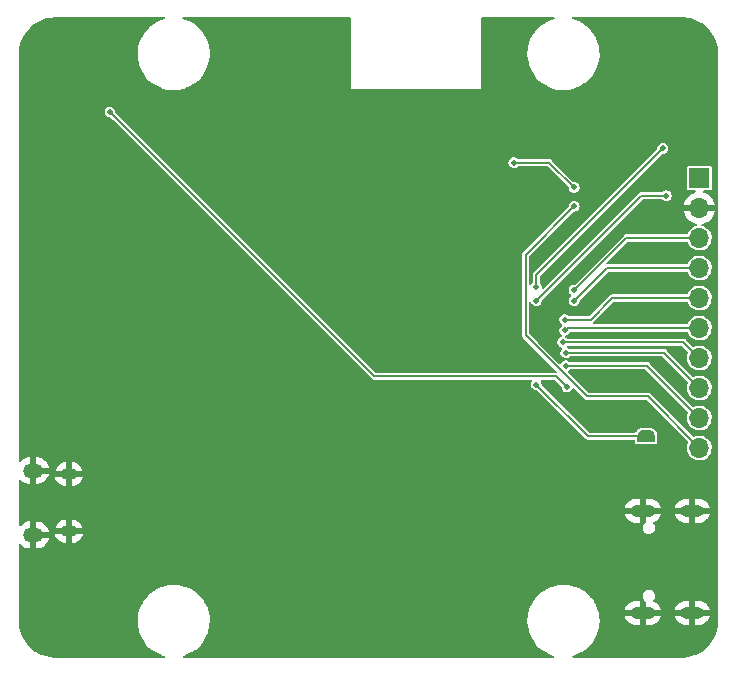
<source format=gbl>
%TF.GenerationSoftware,KiCad,Pcbnew,(5.99.0-6900-ga9be08e1ce)*%
%TF.CreationDate,2020-11-13T16:54:07-06:00*%
%TF.ProjectId,rpi-cm4-base-carrier,7270692d-636d-4342-9d62-6173652d6361,v01*%
%TF.SameCoordinates,Original*%
%TF.FileFunction,Copper,L2,Bot*%
%TF.FilePolarity,Positive*%
%FSLAX46Y46*%
G04 Gerber Fmt 4.6, Leading zero omitted, Abs format (unit mm)*
G04 Created by KiCad (PCBNEW (5.99.0-6900-ga9be08e1ce)) date 2020-11-13 16:54:07*
%MOMM*%
%LPD*%
G01*
G04 APERTURE LIST*
%TA.AperFunction,ComponentPad*%
%ADD10O,2.000000X1.000000*%
%TD*%
%TA.AperFunction,ComponentPad*%
%ADD11O,2.100000X1.050000*%
%TD*%
%TA.AperFunction,ComponentPad*%
%ADD12O,1.700000X1.300000*%
%TD*%
%TA.AperFunction,ComponentPad*%
%ADD13O,1.400000X1.000000*%
%TD*%
%TA.AperFunction,ComponentPad*%
%ADD14R,1.700000X1.700000*%
%TD*%
%TA.AperFunction,ComponentPad*%
%ADD15O,1.700000X1.700000*%
%TD*%
%TA.AperFunction,ViaPad*%
%ADD16C,0.508000*%
%TD*%
%TA.AperFunction,Conductor*%
%ADD17C,0.200000*%
%TD*%
G04 APERTURE END LIST*
D10*
%TO.P,J2,G1,GND*%
%TO.N,GND*%
X173900000Y-129320000D03*
%TO.P,J2,G2,GND*%
X173900000Y-120680000D03*
D11*
%TO.P,J2,G3,GND*%
X169720000Y-129320000D03*
%TO.P,J2,G4,GND*%
X169720000Y-120680000D03*
%TD*%
D12*
%TO.P,J4,6,Shield*%
%TO.N,GND*%
X118100000Y-122725000D03*
D13*
X121130000Y-122425000D03*
X121130000Y-117575000D03*
D12*
X118100000Y-117275000D03*
%TD*%
D14*
%TO.P,J1,1,Pin_1*%
%TO.N,+3.3V*%
X174500000Y-92500000D03*
D15*
%TO.P,J1,2,Pin_2*%
%TO.N,GND*%
X174500000Y-95040000D03*
%TO.P,J1,3,Pin_3*%
%TO.N,/CM4 GPIO/GPIO14*%
X174500000Y-97580000D03*
%TO.P,J1,4,Pin_4*%
%TO.N,/CM4 GPIO/GPIO15*%
X174500000Y-100120000D03*
%TO.P,J1,5,Pin_5*%
%TO.N,/CM4 GPIO/GPIO10*%
X174500000Y-102660000D03*
%TO.P,J1,6,Pin_6*%
%TO.N,/CM4 GPIO/GPIO9*%
X174500000Y-105200000D03*
%TO.P,J1,7,Pin_7*%
%TO.N,/CM4 GPIO/GPIO11*%
X174500000Y-107740000D03*
%TO.P,J1,8,Pin_8*%
%TO.N,/CM4 GPIO/GPIO8*%
X174500000Y-110280000D03*
%TO.P,J1,9,Pin_9*%
%TO.N,/CM4 GPIO/GPIO7*%
X174500000Y-112820000D03*
%TO.P,J1,10,Pin_10*%
%TO.N,/CM4 GPIO/nRPIBOOT*%
X174500000Y-115360000D03*
%TD*%
%TA.AperFunction,SMDPad,CuDef*%
%TO.P,JP1,1,A*%
%TO.N,/CM4 GPIO/EEPROM_nWP*%
G36*
X169250000Y-114849999D02*
G01*
X169250000Y-114350000D01*
X169254967Y-114350000D01*
X169256432Y-114270059D01*
X169298707Y-114134744D01*
X169377263Y-114016734D01*
X169485782Y-113925514D01*
X169615541Y-113868419D01*
X169750001Y-113850836D01*
X169750001Y-113850000D01*
X170250000Y-113850001D01*
X170250000Y-113850837D01*
X170256109Y-113850038D01*
X170396186Y-113871849D01*
X170524511Y-113932097D01*
X170630769Y-114025941D01*
X170706417Y-114145836D01*
X170745374Y-114282143D01*
X170744959Y-114350000D01*
X170750000Y-114350000D01*
X170749999Y-114850000D01*
X169250000Y-114849999D01*
G37*
%TD.AperFunction*%
%TA.AperFunction,SMDPad,CuDef*%
%TO.P,JP1,2,B*%
%TO.N,GND*%
G36*
X170744959Y-115650000D02*
G01*
X170744508Y-115723905D01*
X170703889Y-115859726D01*
X170626781Y-115978688D01*
X170519384Y-116071226D01*
X170390332Y-116129903D01*
X170249999Y-116150000D01*
X169750000Y-116149999D01*
X169737784Y-116149850D01*
X169597983Y-116126330D01*
X169470404Y-116064518D01*
X169365300Y-115969383D01*
X169291123Y-115848573D01*
X169253834Y-115711800D01*
X169254967Y-115650000D01*
X169250000Y-115650000D01*
X169250001Y-115150000D01*
X170750000Y-115150001D01*
X170750000Y-115650000D01*
X170744959Y-115650000D01*
G37*
%TD.AperFunction*%
%TD*%
D16*
%TO.N,GND*%
X155000000Y-130000000D03*
X171000000Y-103500000D03*
X127000000Y-92000000D03*
X171000000Y-80500000D03*
X144000000Y-82000000D03*
X145500000Y-86000000D03*
X120000000Y-80500000D03*
X157000000Y-82000000D03*
X122000000Y-131500000D03*
X171000000Y-101500000D03*
X135000000Y-80000000D03*
X144000000Y-84000000D03*
X155500000Y-86000000D03*
X133500000Y-92500000D03*
X144000000Y-80000000D03*
X133500000Y-97500000D03*
X171000000Y-88400000D03*
X157000000Y-84000000D03*
X147000000Y-130000000D03*
X123000000Y-119700000D03*
X129000000Y-116000000D03*
X138000000Y-130000000D03*
X153500000Y-86000000D03*
X175500000Y-90000000D03*
X157000000Y-80000000D03*
X120000000Y-129500000D03*
X147500000Y-86000000D03*
X151500000Y-86000000D03*
X163000000Y-121000000D03*
X167000000Y-92000000D03*
X149500000Y-86000000D03*
X169000000Y-110000000D03*
X123600000Y-94900000D03*
X121000000Y-100500000D03*
X171000000Y-99000000D03*
%TO.N,/CM4 GPIO/nRPIBOOT*%
X163900000Y-94900000D03*
%TO.N,/CM4 GPIO/GPIO7*%
X163200000Y-108400000D03*
%TO.N,/CM4 GPIO/GPIO8*%
X163200000Y-107300000D03*
%TO.N,/CM4 GPIO/GPIO11*%
X162946000Y-106400000D03*
%TO.N,/CM4 GPIO/GPIO9*%
X163100000Y-105400000D03*
%TO.N,/CM4 GPIO/GPIO10*%
X163100000Y-104500000D03*
%TO.N,/CM4 GPIO/GPIO15*%
X163900000Y-102900000D03*
%TO.N,/CM4 GPIO/GPIO14*%
X163900000Y-102000000D03*
%TO.N,/CM4 GPIO/GPIO2*%
X160700000Y-101700000D03*
X171400000Y-90000000D03*
%TO.N,/CM4 GPIO/EEPROM_nWP*%
X160700000Y-110000000D03*
%TO.N,/CM4 GPIO/nLED_Activity*%
X124600000Y-86900000D03*
X163300000Y-110200000D03*
%TO.N,/CM4 GPIO/nPWR_LED*%
X163900000Y-93300000D03*
X158800000Y-91200000D03*
%TO.N,/CM4 GPIO/GPIO3*%
X171700000Y-94000000D03*
X160700000Y-102900000D03*
%TD*%
D17*
%TO.N,/CM4 GPIO/nRPIBOOT*%
X159800000Y-99000000D02*
X159800000Y-105819922D01*
X163900000Y-94900000D02*
X159800000Y-99000000D01*
X170140000Y-111000000D02*
X174500000Y-115360000D01*
X159800000Y-105819922D02*
X164980078Y-111000000D01*
X164980078Y-111000000D02*
X170140000Y-111000000D01*
%TO.N,/CM4 GPIO/GPIO7*%
X170080000Y-108400000D02*
X174500000Y-112820000D01*
X163200000Y-108400000D02*
X170080000Y-108400000D01*
%TO.N,/CM4 GPIO/GPIO8*%
X171520000Y-107300000D02*
X174500000Y-110280000D01*
X163200000Y-107300000D02*
X171520000Y-107300000D01*
%TO.N,/CM4 GPIO/GPIO11*%
X162946000Y-106400000D02*
X173160000Y-106400000D01*
X173160000Y-106400000D02*
X174500000Y-107740000D01*
%TO.N,/CM4 GPIO/GPIO9*%
X163100000Y-105400000D02*
X163300000Y-105200000D01*
X163300000Y-105200000D02*
X174500000Y-105200000D01*
%TO.N,/CM4 GPIO/GPIO10*%
X163100000Y-104500000D02*
X165300000Y-104500000D01*
X165300000Y-104500000D02*
X167140000Y-102660000D01*
X167140000Y-102660000D02*
X174500000Y-102660000D01*
%TO.N,/CM4 GPIO/GPIO15*%
X166680000Y-100120000D02*
X174500000Y-100120000D01*
X163900000Y-102900000D02*
X166200000Y-100600000D01*
X166200000Y-100600000D02*
X166680000Y-100120000D01*
%TO.N,/CM4 GPIO/GPIO14*%
X168320000Y-97580000D02*
X174500000Y-97580000D01*
X163900000Y-102000000D02*
X168320000Y-97580000D01*
%TO.N,/CM4 GPIO/GPIO2*%
X160700000Y-101700000D02*
X160700000Y-100700000D01*
X160700000Y-100700000D02*
X171400000Y-90000000D01*
%TO.N,/CM4 GPIO/EEPROM_nWP*%
X160700000Y-110000000D02*
X165050000Y-114350000D01*
X165050000Y-114350000D02*
X170000000Y-114350000D01*
%TO.N,/CM4 GPIO/nLED_Activity*%
X147000000Y-109300000D02*
X124600000Y-86900000D01*
X163300000Y-110200000D02*
X162400000Y-109300000D01*
X162400000Y-109300000D02*
X147000000Y-109300000D01*
%TO.N,/CM4 GPIO/nPWR_LED*%
X158800000Y-91200000D02*
X161800000Y-91200000D01*
X161800000Y-91200000D02*
X163900000Y-93300000D01*
%TO.N,/CM4 GPIO/GPIO3*%
X160700000Y-102900000D02*
X169600000Y-94000000D01*
X169600000Y-94000000D02*
X171700000Y-94000000D01*
%TD*%
%TA.AperFunction,Conductor*%
%TO.N,GND*%
G36*
X129228064Y-78901822D02*
G01*
X129258504Y-78954545D01*
X129247932Y-79014500D01*
X129197248Y-79054997D01*
X128929941Y-79137998D01*
X128612832Y-79277530D01*
X128610644Y-79278806D01*
X128315742Y-79450787D01*
X128315733Y-79450793D01*
X128313557Y-79452062D01*
X128311542Y-79453567D01*
X128311534Y-79453572D01*
X128037985Y-79657840D01*
X128035962Y-79659351D01*
X128034126Y-79661078D01*
X128034119Y-79661084D01*
X127919110Y-79769275D01*
X127783619Y-79896733D01*
X127559769Y-80161154D01*
X127367292Y-80449217D01*
X127208662Y-80757216D01*
X127085918Y-81081193D01*
X127085302Y-81083619D01*
X127085300Y-81083625D01*
X127057389Y-81193524D01*
X127000638Y-81416983D01*
X127000298Y-81419480D01*
X127000297Y-81419486D01*
X126968024Y-81656625D01*
X126953919Y-81760268D01*
X126953864Y-81762778D01*
X126953864Y-81762781D01*
X126946918Y-82081095D01*
X126946361Y-82106635D01*
X126978062Y-82451632D01*
X127048614Y-82790822D01*
X127049401Y-82793209D01*
X127049403Y-82793216D01*
X127057882Y-82818928D01*
X127157109Y-83119844D01*
X127302154Y-83434470D01*
X127481882Y-83730654D01*
X127693985Y-84004588D01*
X127935734Y-84252751D01*
X127957677Y-84270679D01*
X128202063Y-84470351D01*
X128202069Y-84470356D01*
X128204022Y-84471951D01*
X128495400Y-84659372D01*
X128806121Y-84812603D01*
X128808483Y-84813451D01*
X128808490Y-84813454D01*
X129017502Y-84888497D01*
X129132191Y-84929674D01*
X129469418Y-85009080D01*
X129813466Y-85049801D01*
X130017434Y-85050691D01*
X130157388Y-85051302D01*
X130159913Y-85051313D01*
X130273059Y-85038921D01*
X130501787Y-85013872D01*
X130501795Y-85013871D01*
X130504303Y-85013596D01*
X130506769Y-85013038D01*
X130506775Y-85013037D01*
X130682158Y-84973351D01*
X130842210Y-84937135D01*
X130844583Y-84936306D01*
X130844591Y-84936304D01*
X131166898Y-84823749D01*
X131169289Y-84822914D01*
X131481336Y-84672401D01*
X131504157Y-84658002D01*
X131772210Y-84488873D01*
X131772214Y-84488870D01*
X131774338Y-84487530D01*
X131795743Y-84470351D01*
X132042566Y-84272255D01*
X132042571Y-84272250D01*
X132044529Y-84270679D01*
X132288434Y-84024636D01*
X132289988Y-84022665D01*
X132289994Y-84022658D01*
X132403727Y-83878388D01*
X132502919Y-83752563D01*
X132685226Y-83457959D01*
X132833010Y-83144610D01*
X132944373Y-82816547D01*
X133017882Y-82477986D01*
X133052592Y-82133279D01*
X133055500Y-82000000D01*
X133046061Y-81833762D01*
X133036002Y-81656625D01*
X133036002Y-81656624D01*
X133035859Y-81654108D01*
X132989080Y-81381867D01*
X132977617Y-81315157D01*
X132977616Y-81315152D01*
X132977188Y-81312662D01*
X132880241Y-80980053D01*
X132875184Y-80967993D01*
X132747244Y-80662891D01*
X132747242Y-80662887D01*
X132746265Y-80660557D01*
X132576983Y-80358281D01*
X132374569Y-80077112D01*
X132141628Y-79820663D01*
X131881154Y-79592233D01*
X131857310Y-79575692D01*
X131598559Y-79396190D01*
X131598552Y-79396186D01*
X131596494Y-79394758D01*
X131291310Y-79230777D01*
X131288975Y-79229846D01*
X131288972Y-79229844D01*
X130971871Y-79103333D01*
X130971865Y-79103331D01*
X130969524Y-79102397D01*
X130967091Y-79101734D01*
X130967086Y-79101732D01*
X130798850Y-79055866D01*
X130749133Y-79020730D01*
X130733633Y-78961856D01*
X130759603Y-78906794D01*
X130814890Y-78881306D01*
X130822260Y-78881000D01*
X144911000Y-78881000D01*
X144968208Y-78901822D01*
X144998648Y-78954545D01*
X145000000Y-78970000D01*
X145000000Y-85000000D01*
X156000000Y-85000000D01*
X156000000Y-78970000D01*
X156020822Y-78912792D01*
X156073545Y-78882352D01*
X156089000Y-78881000D01*
X162170856Y-78881000D01*
X162228064Y-78901822D01*
X162258504Y-78954545D01*
X162247932Y-79014500D01*
X162197248Y-79054997D01*
X161929941Y-79137998D01*
X161612832Y-79277530D01*
X161610644Y-79278806D01*
X161315742Y-79450787D01*
X161315733Y-79450793D01*
X161313557Y-79452062D01*
X161311542Y-79453567D01*
X161311534Y-79453572D01*
X161037985Y-79657840D01*
X161035962Y-79659351D01*
X161034126Y-79661078D01*
X161034119Y-79661084D01*
X160919110Y-79769275D01*
X160783619Y-79896733D01*
X160559769Y-80161154D01*
X160367292Y-80449217D01*
X160208662Y-80757216D01*
X160085918Y-81081193D01*
X160085302Y-81083619D01*
X160085300Y-81083625D01*
X160057389Y-81193524D01*
X160000638Y-81416983D01*
X160000298Y-81419480D01*
X160000297Y-81419486D01*
X159968024Y-81656625D01*
X159953919Y-81760268D01*
X159953864Y-81762778D01*
X159953864Y-81762781D01*
X159946918Y-82081095D01*
X159946361Y-82106635D01*
X159978062Y-82451632D01*
X160048614Y-82790822D01*
X160049401Y-82793209D01*
X160049403Y-82793216D01*
X160057882Y-82818928D01*
X160157109Y-83119844D01*
X160302154Y-83434470D01*
X160481882Y-83730654D01*
X160693985Y-84004588D01*
X160935734Y-84252751D01*
X160957677Y-84270679D01*
X161202063Y-84470351D01*
X161202069Y-84470356D01*
X161204022Y-84471951D01*
X161495400Y-84659372D01*
X161806121Y-84812603D01*
X161808483Y-84813451D01*
X161808490Y-84813454D01*
X162017502Y-84888497D01*
X162132191Y-84929674D01*
X162469418Y-85009080D01*
X162813466Y-85049801D01*
X163017434Y-85050691D01*
X163157388Y-85051302D01*
X163159913Y-85051313D01*
X163273059Y-85038921D01*
X163501787Y-85013872D01*
X163501795Y-85013871D01*
X163504303Y-85013596D01*
X163506769Y-85013038D01*
X163506775Y-85013037D01*
X163682158Y-84973351D01*
X163842210Y-84937135D01*
X163844583Y-84936306D01*
X163844591Y-84936304D01*
X164166898Y-84823749D01*
X164169289Y-84822914D01*
X164481336Y-84672401D01*
X164504157Y-84658002D01*
X164772210Y-84488873D01*
X164772214Y-84488870D01*
X164774338Y-84487530D01*
X164795743Y-84470351D01*
X165042566Y-84272255D01*
X165042571Y-84272250D01*
X165044529Y-84270679D01*
X165288434Y-84024636D01*
X165289988Y-84022665D01*
X165289994Y-84022658D01*
X165403727Y-83878388D01*
X165502919Y-83752563D01*
X165685226Y-83457959D01*
X165833010Y-83144610D01*
X165944373Y-82816547D01*
X166017882Y-82477986D01*
X166052592Y-82133279D01*
X166055500Y-82000000D01*
X166046061Y-81833762D01*
X166036002Y-81656625D01*
X166036002Y-81656624D01*
X166035859Y-81654108D01*
X165989080Y-81381867D01*
X165977617Y-81315157D01*
X165977616Y-81315152D01*
X165977188Y-81312662D01*
X165880241Y-80980053D01*
X165875184Y-80967993D01*
X165747244Y-80662891D01*
X165747242Y-80662887D01*
X165746265Y-80660557D01*
X165576983Y-80358281D01*
X165374569Y-80077112D01*
X165141628Y-79820663D01*
X164881154Y-79592233D01*
X164857310Y-79575692D01*
X164598559Y-79396190D01*
X164598552Y-79396186D01*
X164596494Y-79394758D01*
X164291310Y-79230777D01*
X164288975Y-79229846D01*
X164288972Y-79229844D01*
X163971871Y-79103333D01*
X163971865Y-79103331D01*
X163969524Y-79102397D01*
X163967091Y-79101734D01*
X163967086Y-79101732D01*
X163798850Y-79055866D01*
X163749133Y-79020730D01*
X163733633Y-78961856D01*
X163759603Y-78906794D01*
X163814890Y-78881306D01*
X163822260Y-78881000D01*
X172906601Y-78881000D01*
X172924401Y-78883008D01*
X172927949Y-78884304D01*
X172933518Y-78884857D01*
X172933519Y-78884857D01*
X172934051Y-78884910D01*
X172937429Y-78885245D01*
X172989161Y-78885894D01*
X173156568Y-78887995D01*
X173164754Y-78888476D01*
X173380156Y-78911115D01*
X173482808Y-78921905D01*
X173492000Y-78923360D01*
X173801919Y-78989236D01*
X173810900Y-78991642D01*
X174112240Y-79089553D01*
X174120932Y-79092890D01*
X174410365Y-79221755D01*
X174418665Y-79225984D01*
X174503797Y-79275135D01*
X174693056Y-79384405D01*
X174700848Y-79389465D01*
X174955126Y-79574209D01*
X174957167Y-79575692D01*
X174964406Y-79581554D01*
X175199867Y-79793563D01*
X175206448Y-79800144D01*
X175307365Y-79912224D01*
X175418439Y-80035585D01*
X175424301Y-80042823D01*
X175447862Y-80075252D01*
X175610535Y-80299153D01*
X175615608Y-80306966D01*
X175774017Y-80581335D01*
X175774019Y-80581339D01*
X175778247Y-80589637D01*
X175804927Y-80649561D01*
X175907111Y-80879071D01*
X175910449Y-80887767D01*
X176008355Y-81189090D01*
X176010766Y-81198089D01*
X176076639Y-81507995D01*
X176078096Y-81517196D01*
X176111525Y-81835252D01*
X176112006Y-81843438D01*
X176113858Y-81991051D01*
X176114408Y-82034879D01*
X176115057Y-82038497D01*
X176117603Y-82052691D01*
X176119001Y-82068404D01*
X176119000Y-129906602D01*
X176116992Y-129924402D01*
X176115696Y-129927950D01*
X176114755Y-129937430D01*
X176114631Y-129947314D01*
X176112005Y-130156570D01*
X176111524Y-130164756D01*
X176078097Y-130482802D01*
X176076641Y-130491998D01*
X176013124Y-130790822D01*
X176010766Y-130801914D01*
X176008358Y-130810901D01*
X175924987Y-131067493D01*
X175910453Y-131112224D01*
X175907115Y-131120921D01*
X175778246Y-131410365D01*
X175774016Y-131418665D01*
X175615608Y-131693035D01*
X175610535Y-131700848D01*
X175424304Y-131957174D01*
X175418441Y-131964414D01*
X175206449Y-132199855D01*
X175199861Y-132206442D01*
X174964405Y-132418446D01*
X174957166Y-132424308D01*
X174883561Y-132477786D01*
X174700851Y-132610534D01*
X174693056Y-132615596D01*
X174503798Y-132724865D01*
X174418666Y-132774016D01*
X174410366Y-132778245D01*
X174120931Y-132907111D01*
X174112233Y-132910450D01*
X173810906Y-133008357D01*
X173801920Y-133010764D01*
X173570257Y-133060006D01*
X173492005Y-133076639D01*
X173482806Y-133078096D01*
X173482794Y-133078097D01*
X173164748Y-133111525D01*
X173156562Y-133112006D01*
X173008949Y-133113858D01*
X172965121Y-133114408D01*
X172957940Y-133115696D01*
X172947314Y-133117602D01*
X172931601Y-133119000D01*
X163835071Y-133119000D01*
X163777863Y-133098178D01*
X163747423Y-133045455D01*
X163757995Y-132985500D01*
X163804631Y-132946367D01*
X163815429Y-132943195D01*
X163818258Y-132942555D01*
X163842210Y-132937135D01*
X163844583Y-132936306D01*
X163844591Y-132936304D01*
X164166898Y-132823749D01*
X164169289Y-132822914D01*
X164481336Y-132672401D01*
X164575053Y-132613270D01*
X164772210Y-132488873D01*
X164772214Y-132488870D01*
X164774338Y-132487530D01*
X164853116Y-132424304D01*
X165042566Y-132272255D01*
X165042571Y-132272250D01*
X165044529Y-132270679D01*
X165195767Y-132118115D01*
X165286664Y-132026422D01*
X165286668Y-132026417D01*
X165288434Y-132024636D01*
X165289988Y-132022665D01*
X165289994Y-132022658D01*
X165403727Y-131878388D01*
X165502919Y-131752563D01*
X165685226Y-131457959D01*
X165833010Y-131144610D01*
X165879874Y-131006553D01*
X165943565Y-130818928D01*
X165943566Y-130818924D01*
X165944373Y-130816547D01*
X166017882Y-130477986D01*
X166030468Y-130353000D01*
X166052416Y-130135028D01*
X166052416Y-130135025D01*
X166052592Y-130133279D01*
X166055500Y-130000000D01*
X166054070Y-129974807D01*
X166036002Y-129656625D01*
X166036002Y-129656624D01*
X166035859Y-129654108D01*
X166023137Y-129580067D01*
X168195591Y-129580067D01*
X168195804Y-129583877D01*
X168231353Y-129704664D01*
X168234600Y-129712701D01*
X168324421Y-129884511D01*
X168329169Y-129891766D01*
X168450651Y-130042860D01*
X168456711Y-130049048D01*
X168605228Y-130173669D01*
X168612382Y-130178567D01*
X168782273Y-130271964D01*
X168790236Y-130275378D01*
X168975044Y-130334003D01*
X168983510Y-130335802D01*
X169134358Y-130352723D01*
X169139318Y-130353000D01*
X169450306Y-130353000D01*
X169462329Y-130348624D01*
X169466000Y-130342266D01*
X169466000Y-130337306D01*
X169973999Y-130337306D01*
X169978375Y-130349329D01*
X169984733Y-130353000D01*
X170293809Y-130353000D01*
X170298169Y-130352787D01*
X170442280Y-130338656D01*
X170450781Y-130336973D01*
X170636388Y-130280936D01*
X170644394Y-130277635D01*
X170815577Y-130186615D01*
X170822791Y-130181822D01*
X170973040Y-130059282D01*
X170979181Y-130053184D01*
X171102772Y-129903789D01*
X171107607Y-129896621D01*
X171199826Y-129726065D01*
X171203180Y-129718087D01*
X171243141Y-129588992D01*
X171242705Y-129580067D01*
X172426527Y-129580067D01*
X172426740Y-129583876D01*
X172459534Y-129695299D01*
X172462781Y-129703336D01*
X172550340Y-129870821D01*
X172555087Y-129878076D01*
X172673513Y-130025368D01*
X172679573Y-130031556D01*
X172824352Y-130153041D01*
X172831506Y-130157939D01*
X172997122Y-130248986D01*
X173005085Y-130252400D01*
X173185233Y-130309547D01*
X173193716Y-130311350D01*
X173339685Y-130327722D01*
X173344649Y-130328000D01*
X173630306Y-130328000D01*
X173642329Y-130323624D01*
X173646000Y-130317266D01*
X173646000Y-130312306D01*
X174153999Y-130312306D01*
X174158375Y-130324329D01*
X174164733Y-130328000D01*
X174448811Y-130328000D01*
X174453171Y-130327787D01*
X174592422Y-130314133D01*
X174600931Y-130312448D01*
X174781851Y-130257825D01*
X174789873Y-130254519D01*
X174956743Y-130165792D01*
X174963957Y-130161000D01*
X175110424Y-130041543D01*
X175116565Y-130035445D01*
X175237041Y-129889815D01*
X175241886Y-129882632D01*
X175331774Y-129716387D01*
X175335136Y-129708390D01*
X175372096Y-129588991D01*
X175371471Y-129576213D01*
X175370375Y-129575029D01*
X175366122Y-129574000D01*
X174169694Y-129573999D01*
X174157671Y-129578375D01*
X174154000Y-129584733D01*
X174153999Y-130312306D01*
X173646000Y-130312306D01*
X173646001Y-129589694D01*
X173641625Y-129577671D01*
X173635267Y-129574000D01*
X172439527Y-129573999D01*
X172427504Y-129578375D01*
X172426527Y-129580067D01*
X171242705Y-129580067D01*
X171242516Y-129576213D01*
X171241420Y-129575029D01*
X171237167Y-129574000D01*
X169989694Y-129573999D01*
X169977671Y-129578375D01*
X169974000Y-129584733D01*
X169973999Y-130337306D01*
X169466000Y-130337306D01*
X169466001Y-129589694D01*
X169461625Y-129577671D01*
X169455267Y-129574000D01*
X168208591Y-129573999D01*
X168196568Y-129578375D01*
X168195591Y-129580067D01*
X166023137Y-129580067D01*
X165977188Y-129312662D01*
X165900923Y-129051008D01*
X168196859Y-129051008D01*
X168197484Y-129063787D01*
X168198580Y-129064971D01*
X168202833Y-129066000D01*
X169450306Y-129066001D01*
X169462329Y-129061625D01*
X169466000Y-129055267D01*
X169466001Y-128302694D01*
X169461625Y-128290671D01*
X169455267Y-128287000D01*
X169146191Y-128287000D01*
X169141831Y-128287213D01*
X168997720Y-128301344D01*
X168989219Y-128303027D01*
X168803612Y-128359064D01*
X168795606Y-128362365D01*
X168624423Y-128453385D01*
X168617209Y-128458178D01*
X168466960Y-128580718D01*
X168460819Y-128586816D01*
X168337228Y-128736211D01*
X168332393Y-128743379D01*
X168240174Y-128913935D01*
X168236820Y-128921913D01*
X168196859Y-129051008D01*
X165900923Y-129051008D01*
X165880241Y-128980053D01*
X165865417Y-128944701D01*
X165747244Y-128662891D01*
X165747242Y-128662887D01*
X165746265Y-128660557D01*
X165606565Y-128411103D01*
X165578217Y-128360484D01*
X165578215Y-128360481D01*
X165576983Y-128358281D01*
X165553648Y-128325867D01*
X165376042Y-128079158D01*
X165376041Y-128079157D01*
X165374569Y-128077112D01*
X165265004Y-127956489D01*
X169693683Y-127956489D01*
X169695254Y-127962352D01*
X169716953Y-128043331D01*
X169730952Y-128095577D01*
X169804251Y-128219519D01*
X169851649Y-128264972D01*
X169900979Y-128312278D01*
X169908180Y-128319184D01*
X169925835Y-128328650D01*
X169927058Y-128329306D01*
X169967636Y-128374691D01*
X169974000Y-128407742D01*
X169973999Y-129050306D01*
X169978375Y-129062329D01*
X169984733Y-129066000D01*
X171231409Y-129066001D01*
X171243432Y-129061625D01*
X171244409Y-129059933D01*
X171244196Y-129056123D01*
X171242691Y-129051009D01*
X172427904Y-129051009D01*
X172428529Y-129063787D01*
X172429625Y-129064971D01*
X172433878Y-129066000D01*
X173630306Y-129066001D01*
X173642329Y-129061625D01*
X173646000Y-129055267D01*
X173646000Y-129050306D01*
X174153999Y-129050306D01*
X174158375Y-129062329D01*
X174164733Y-129066000D01*
X175360473Y-129066001D01*
X175372496Y-129061625D01*
X175373473Y-129059933D01*
X175373260Y-129056124D01*
X175340466Y-128944701D01*
X175337219Y-128936664D01*
X175249660Y-128769179D01*
X175244913Y-128761924D01*
X175126487Y-128614632D01*
X175120427Y-128608444D01*
X174975648Y-128486959D01*
X174968494Y-128482061D01*
X174802878Y-128391014D01*
X174794915Y-128387600D01*
X174614767Y-128330453D01*
X174606284Y-128328650D01*
X174460315Y-128312278D01*
X174455351Y-128312000D01*
X174169694Y-128312000D01*
X174157671Y-128316376D01*
X174154000Y-128322734D01*
X174153999Y-129050306D01*
X173646000Y-129050306D01*
X173646001Y-128327694D01*
X173641625Y-128315671D01*
X173635267Y-128312000D01*
X173351189Y-128312000D01*
X173346829Y-128312213D01*
X173207578Y-128325867D01*
X173199069Y-128327552D01*
X173018149Y-128382175D01*
X173010127Y-128385481D01*
X172843257Y-128474208D01*
X172836043Y-128479000D01*
X172689576Y-128598457D01*
X172683435Y-128604555D01*
X172562959Y-128750185D01*
X172558114Y-128757368D01*
X172468226Y-128923613D01*
X172464864Y-128931610D01*
X172427904Y-129051009D01*
X171242691Y-129051009D01*
X171208647Y-128935336D01*
X171205400Y-128927299D01*
X171115579Y-128755489D01*
X171110831Y-128748234D01*
X170989349Y-128597140D01*
X170983289Y-128590952D01*
X170834772Y-128466331D01*
X170827618Y-128461433D01*
X170657732Y-128368038D01*
X170655541Y-128367099D01*
X170654859Y-128366459D01*
X170653912Y-128365938D01*
X170654046Y-128365695D01*
X170611162Y-128325423D01*
X170603955Y-128264972D01*
X170622626Y-128227850D01*
X170663996Y-128178896D01*
X170663999Y-128178891D01*
X170667916Y-128174256D01*
X170727858Y-128043331D01*
X170750384Y-127901110D01*
X170750500Y-127890000D01*
X170730958Y-127747338D01*
X170673771Y-127615187D01*
X170583152Y-127503282D01*
X170514341Y-127454380D01*
X170470728Y-127423386D01*
X170465779Y-127419869D01*
X170330297Y-127371093D01*
X170324246Y-127370649D01*
X170324243Y-127370648D01*
X170192739Y-127360991D01*
X170192737Y-127360991D01*
X170186690Y-127360547D01*
X170045536Y-127389008D01*
X170040133Y-127391761D01*
X169922644Y-127451624D01*
X169922641Y-127451626D01*
X169917236Y-127454380D01*
X169811243Y-127551847D01*
X169808044Y-127557007D01*
X169808042Y-127557009D01*
X169738561Y-127669069D01*
X169738560Y-127669072D01*
X169735364Y-127674226D01*
X169695191Y-127812503D01*
X169695127Y-127818567D01*
X169695127Y-127818570D01*
X169695086Y-127822523D01*
X169693683Y-127956489D01*
X165265004Y-127956489D01*
X165141628Y-127820663D01*
X164881154Y-127592233D01*
X164759728Y-127507997D01*
X164598559Y-127396190D01*
X164598552Y-127396186D01*
X164596494Y-127394758D01*
X164291310Y-127230777D01*
X164288975Y-127229846D01*
X164288972Y-127229844D01*
X163971871Y-127103333D01*
X163971865Y-127103331D01*
X163969524Y-127102397D01*
X163967091Y-127101734D01*
X163967086Y-127101732D01*
X163723272Y-127035261D01*
X163635274Y-127011270D01*
X163464066Y-126984919D01*
X163295348Y-126958950D01*
X163295341Y-126958949D01*
X163292857Y-126958567D01*
X163119766Y-126951766D01*
X162949195Y-126945064D01*
X162949194Y-126945064D01*
X162946674Y-126944965D01*
X162879188Y-126949980D01*
X162603701Y-126970452D01*
X162603693Y-126970453D01*
X162601177Y-126970640D01*
X162260808Y-127035261D01*
X162258395Y-127036010D01*
X162258392Y-127036011D01*
X162044595Y-127102397D01*
X161929941Y-127137998D01*
X161612832Y-127277530D01*
X161610644Y-127278806D01*
X161315742Y-127450787D01*
X161315733Y-127450793D01*
X161313557Y-127452062D01*
X161311542Y-127453567D01*
X161311534Y-127453572D01*
X161037985Y-127657840D01*
X161035962Y-127659351D01*
X161034126Y-127661078D01*
X161034119Y-127661084D01*
X160936041Y-127753348D01*
X160783619Y-127896733D01*
X160559769Y-128161154D01*
X160423447Y-128365175D01*
X160387724Y-128418639D01*
X160367292Y-128449217D01*
X160366141Y-128451453D01*
X160366138Y-128451457D01*
X160302711Y-128574608D01*
X160208662Y-128757216D01*
X160085918Y-129081193D01*
X160000638Y-129416983D01*
X160000298Y-129419480D01*
X160000297Y-129419486D01*
X159958574Y-129726065D01*
X159953919Y-129760268D01*
X159953864Y-129762778D01*
X159953864Y-129762781D01*
X159948726Y-129998270D01*
X159946361Y-130106635D01*
X159978062Y-130451632D01*
X160048614Y-130790822D01*
X160049401Y-130793209D01*
X160049403Y-130793216D01*
X160057882Y-130818928D01*
X160157109Y-131119844D01*
X160302154Y-131434470D01*
X160481882Y-131730654D01*
X160693985Y-132004588D01*
X160935734Y-132252751D01*
X160957677Y-132270679D01*
X161202063Y-132470351D01*
X161202069Y-132470356D01*
X161204022Y-132471951D01*
X161495400Y-132659372D01*
X161806121Y-132812603D01*
X161808483Y-132813451D01*
X161808490Y-132813454D01*
X162017502Y-132888497D01*
X162132191Y-132929674D01*
X162134636Y-132930250D01*
X162134637Y-132930250D01*
X162190352Y-132943369D01*
X162241265Y-132976749D01*
X162258810Y-133035046D01*
X162234778Y-133090981D01*
X162180414Y-133118383D01*
X162169953Y-133119000D01*
X130835071Y-133119000D01*
X130777863Y-133098178D01*
X130747423Y-133045455D01*
X130757995Y-132985500D01*
X130804631Y-132946367D01*
X130815429Y-132943195D01*
X130818258Y-132942555D01*
X130842210Y-132937135D01*
X130844583Y-132936306D01*
X130844591Y-132936304D01*
X131166898Y-132823749D01*
X131169289Y-132822914D01*
X131481336Y-132672401D01*
X131575053Y-132613270D01*
X131772210Y-132488873D01*
X131772214Y-132488870D01*
X131774338Y-132487530D01*
X131853116Y-132424304D01*
X132042566Y-132272255D01*
X132042571Y-132272250D01*
X132044529Y-132270679D01*
X132195767Y-132118115D01*
X132286664Y-132026422D01*
X132286668Y-132026417D01*
X132288434Y-132024636D01*
X132289988Y-132022665D01*
X132289994Y-132022658D01*
X132403727Y-131878388D01*
X132502919Y-131752563D01*
X132685226Y-131457959D01*
X132833010Y-131144610D01*
X132879874Y-131006553D01*
X132943565Y-130818928D01*
X132943566Y-130818924D01*
X132944373Y-130816547D01*
X133017882Y-130477986D01*
X133030468Y-130353000D01*
X133052416Y-130135028D01*
X133052416Y-130135025D01*
X133052592Y-130133279D01*
X133055500Y-130000000D01*
X133054070Y-129974807D01*
X133036002Y-129656625D01*
X133036002Y-129656624D01*
X133035859Y-129654108D01*
X132977188Y-129312662D01*
X132880241Y-128980053D01*
X132865417Y-128944701D01*
X132747244Y-128662891D01*
X132747242Y-128662887D01*
X132746265Y-128660557D01*
X132606565Y-128411103D01*
X132578217Y-128360484D01*
X132578215Y-128360481D01*
X132576983Y-128358281D01*
X132553648Y-128325867D01*
X132376042Y-128079158D01*
X132376041Y-128079157D01*
X132374569Y-128077112D01*
X132141628Y-127820663D01*
X131881154Y-127592233D01*
X131759728Y-127507997D01*
X131598559Y-127396190D01*
X131598552Y-127396186D01*
X131596494Y-127394758D01*
X131291310Y-127230777D01*
X131288975Y-127229846D01*
X131288972Y-127229844D01*
X130971871Y-127103333D01*
X130971865Y-127103331D01*
X130969524Y-127102397D01*
X130967091Y-127101734D01*
X130967086Y-127101732D01*
X130723272Y-127035261D01*
X130635274Y-127011270D01*
X130464066Y-126984919D01*
X130295348Y-126958950D01*
X130295341Y-126958949D01*
X130292857Y-126958567D01*
X130119766Y-126951766D01*
X129949195Y-126945064D01*
X129949194Y-126945064D01*
X129946674Y-126944965D01*
X129879188Y-126949980D01*
X129603701Y-126970452D01*
X129603693Y-126970453D01*
X129601177Y-126970640D01*
X129260808Y-127035261D01*
X129258395Y-127036010D01*
X129258392Y-127036011D01*
X129044595Y-127102397D01*
X128929941Y-127137998D01*
X128612832Y-127277530D01*
X128610644Y-127278806D01*
X128315742Y-127450787D01*
X128315733Y-127450793D01*
X128313557Y-127452062D01*
X128311542Y-127453567D01*
X128311534Y-127453572D01*
X128037985Y-127657840D01*
X128035962Y-127659351D01*
X128034126Y-127661078D01*
X128034119Y-127661084D01*
X127936041Y-127753348D01*
X127783619Y-127896733D01*
X127559769Y-128161154D01*
X127423447Y-128365175D01*
X127387724Y-128418639D01*
X127367292Y-128449217D01*
X127366141Y-128451453D01*
X127366138Y-128451457D01*
X127302711Y-128574608D01*
X127208662Y-128757216D01*
X127085918Y-129081193D01*
X127000638Y-129416983D01*
X127000298Y-129419480D01*
X127000297Y-129419486D01*
X126958574Y-129726065D01*
X126953919Y-129760268D01*
X126953864Y-129762778D01*
X126953864Y-129762781D01*
X126948726Y-129998270D01*
X126946361Y-130106635D01*
X126978062Y-130451632D01*
X127048614Y-130790822D01*
X127049401Y-130793209D01*
X127049403Y-130793216D01*
X127057882Y-130818928D01*
X127157109Y-131119844D01*
X127302154Y-131434470D01*
X127481882Y-131730654D01*
X127693985Y-132004588D01*
X127935734Y-132252751D01*
X127957677Y-132270679D01*
X128202063Y-132470351D01*
X128202069Y-132470356D01*
X128204022Y-132471951D01*
X128495400Y-132659372D01*
X128806121Y-132812603D01*
X128808483Y-132813451D01*
X128808490Y-132813454D01*
X129017502Y-132888497D01*
X129132191Y-132929674D01*
X129134636Y-132930250D01*
X129134637Y-132930250D01*
X129190352Y-132943369D01*
X129241265Y-132976749D01*
X129258810Y-133035046D01*
X129234778Y-133090981D01*
X129180414Y-133118383D01*
X129169953Y-133119000D01*
X120093398Y-133119000D01*
X120075598Y-133116992D01*
X120072050Y-133115696D01*
X120066481Y-133115143D01*
X120066480Y-133115143D01*
X120065612Y-133115057D01*
X120062570Y-133114755D01*
X120010850Y-133114106D01*
X119843430Y-133112005D01*
X119835244Y-133111524D01*
X119621406Y-133089049D01*
X119517194Y-133078096D01*
X119508002Y-133076641D01*
X119198080Y-133010764D01*
X119189099Y-133008358D01*
X118887769Y-132910450D01*
X118879079Y-132907115D01*
X118589635Y-132778246D01*
X118581335Y-132774016D01*
X118306965Y-132615608D01*
X118299152Y-132610535D01*
X118042826Y-132424304D01*
X118035586Y-132418441D01*
X117800145Y-132206449D01*
X117793558Y-132199861D01*
X117581554Y-131964405D01*
X117575692Y-131957166D01*
X117467446Y-131808180D01*
X117389464Y-131700848D01*
X117384404Y-131693056D01*
X117233785Y-131432177D01*
X117225984Y-131418666D01*
X117221755Y-131410366D01*
X117092889Y-131120931D01*
X117089550Y-131112233D01*
X117052182Y-130997226D01*
X116991643Y-130810906D01*
X116989234Y-130801914D01*
X116986877Y-130790822D01*
X116923361Y-130492003D01*
X116921904Y-130482804D01*
X116888475Y-130164748D01*
X116887994Y-130156562D01*
X116886008Y-129998270D01*
X116885592Y-129965121D01*
X116882398Y-129947314D01*
X116881000Y-129931601D01*
X116881000Y-123555991D01*
X116901822Y-123498783D01*
X116954545Y-123468343D01*
X117014500Y-123478915D01*
X117036913Y-123497309D01*
X117096749Y-123565538D01*
X117102647Y-123571135D01*
X117263387Y-123697853D01*
X117270189Y-123702270D01*
X117451335Y-123797576D01*
X117458828Y-123800680D01*
X117654307Y-123861378D01*
X117662247Y-123863065D01*
X117828069Y-123882691D01*
X117830725Y-123882848D01*
X117842329Y-123878624D01*
X117846000Y-123872266D01*
X117846000Y-122989734D01*
X118354000Y-122989734D01*
X118354000Y-123867306D01*
X118358376Y-123879329D01*
X118363317Y-123882182D01*
X118507878Y-123868898D01*
X118515866Y-123867418D01*
X118712855Y-123811862D01*
X118720442Y-123808949D01*
X118904015Y-123718422D01*
X118910932Y-123714182D01*
X119074929Y-123591719D01*
X119080968Y-123586282D01*
X119219904Y-123435982D01*
X119224843Y-123429545D01*
X119334066Y-123256439D01*
X119337753Y-123249201D01*
X119413596Y-123059097D01*
X119415902Y-123051313D01*
X119427225Y-122994391D01*
X119425279Y-122981748D01*
X119422182Y-122979032D01*
X119422012Y-122979000D01*
X118369694Y-122979000D01*
X118357671Y-122983376D01*
X118354000Y-122989734D01*
X117846000Y-122989734D01*
X117846000Y-122685068D01*
X119956527Y-122685068D01*
X119956740Y-122688877D01*
X119989536Y-122800307D01*
X119992778Y-122808330D01*
X120080340Y-122975821D01*
X120085087Y-122983076D01*
X120203513Y-123130368D01*
X120209573Y-123136556D01*
X120354352Y-123258041D01*
X120361506Y-123262939D01*
X120527122Y-123353986D01*
X120535085Y-123357400D01*
X120715233Y-123414547D01*
X120723716Y-123416350D01*
X120863098Y-123431984D01*
X120872329Y-123428624D01*
X120876000Y-123422266D01*
X120876000Y-122694694D01*
X120874195Y-122689734D01*
X121384000Y-122689734D01*
X121384000Y-123417011D01*
X121388376Y-123429034D01*
X121393176Y-123431805D01*
X121522423Y-123419133D01*
X121530930Y-123417449D01*
X121711851Y-123362825D01*
X121719873Y-123359519D01*
X121886743Y-123270792D01*
X121893957Y-123266000D01*
X122040424Y-123146543D01*
X122046565Y-123140445D01*
X122167041Y-122994815D01*
X122171886Y-122987632D01*
X122261774Y-122821387D01*
X122265136Y-122813390D01*
X122302096Y-122693991D01*
X122301471Y-122681213D01*
X122300375Y-122680029D01*
X122296122Y-122679000D01*
X121399694Y-122679000D01*
X121387671Y-122683376D01*
X121384000Y-122689734D01*
X120874195Y-122689734D01*
X120871624Y-122682671D01*
X120865266Y-122679000D01*
X119969527Y-122679000D01*
X119957504Y-122683376D01*
X119956527Y-122685068D01*
X117846000Y-122685068D01*
X117846000Y-121582694D01*
X117844195Y-121577734D01*
X118354000Y-121577734D01*
X118354000Y-122455306D01*
X118358376Y-122467329D01*
X118364734Y-122471000D01*
X119415755Y-122471000D01*
X119427778Y-122466624D01*
X119430028Y-122462728D01*
X119424063Y-122428012D01*
X119421960Y-122420165D01*
X119351119Y-122228144D01*
X119347620Y-122220808D01*
X119321254Y-122176489D01*
X169693683Y-122176489D01*
X169695254Y-122182352D01*
X169716953Y-122263331D01*
X169730952Y-122315577D01*
X169804251Y-122439519D01*
X169908180Y-122539184D01*
X170035083Y-122607228D01*
X170175609Y-122638639D01*
X170247507Y-122634871D01*
X170313347Y-122631421D01*
X170313350Y-122631420D01*
X170319406Y-122631103D01*
X170455879Y-122585175D01*
X170460899Y-122581764D01*
X170460902Y-122581762D01*
X170519332Y-122542052D01*
X170574974Y-122504238D01*
X170667916Y-122394256D01*
X170727858Y-122263331D01*
X170743064Y-122167329D01*
X170749873Y-122124337D01*
X170749873Y-122124335D01*
X170750384Y-122121110D01*
X170750500Y-122110000D01*
X170730958Y-121967338D01*
X170673771Y-121835187D01*
X170621049Y-121770081D01*
X170601229Y-121712518D01*
X170623046Y-121655682D01*
X170648432Y-121635489D01*
X170815577Y-121546616D01*
X170822791Y-121541822D01*
X170973040Y-121419282D01*
X170979181Y-121413184D01*
X171102772Y-121263789D01*
X171107607Y-121256621D01*
X171199826Y-121086065D01*
X171203180Y-121078087D01*
X171243141Y-120948992D01*
X171242705Y-120940067D01*
X172426527Y-120940067D01*
X172426740Y-120943876D01*
X172459534Y-121055299D01*
X172462781Y-121063336D01*
X172550340Y-121230821D01*
X172555087Y-121238076D01*
X172673513Y-121385368D01*
X172679573Y-121391556D01*
X172824352Y-121513041D01*
X172831506Y-121517939D01*
X172997122Y-121608986D01*
X173005085Y-121612400D01*
X173185233Y-121669547D01*
X173193716Y-121671350D01*
X173339685Y-121687722D01*
X173344649Y-121688000D01*
X173630306Y-121688000D01*
X173642329Y-121683624D01*
X173646000Y-121677266D01*
X173646000Y-121672306D01*
X174153999Y-121672306D01*
X174158375Y-121684329D01*
X174164733Y-121688000D01*
X174448811Y-121688000D01*
X174453171Y-121687787D01*
X174592422Y-121674133D01*
X174600931Y-121672448D01*
X174781851Y-121617825D01*
X174789873Y-121614519D01*
X174956743Y-121525792D01*
X174963957Y-121521000D01*
X175110424Y-121401543D01*
X175116565Y-121395445D01*
X175237041Y-121249815D01*
X175241886Y-121242632D01*
X175331774Y-121076387D01*
X175335136Y-121068390D01*
X175372096Y-120948991D01*
X175371471Y-120936213D01*
X175370375Y-120935029D01*
X175366122Y-120934000D01*
X174169694Y-120933999D01*
X174157671Y-120938375D01*
X174154000Y-120944733D01*
X174153999Y-121672306D01*
X173646000Y-121672306D01*
X173646001Y-120949694D01*
X173641625Y-120937671D01*
X173635267Y-120934000D01*
X172439527Y-120933999D01*
X172427504Y-120938375D01*
X172426527Y-120940067D01*
X171242705Y-120940067D01*
X171242516Y-120936213D01*
X171241420Y-120935029D01*
X171237167Y-120934000D01*
X169989694Y-120933999D01*
X169977671Y-120938375D01*
X169974000Y-120944733D01*
X169973999Y-121590918D01*
X169953177Y-121648126D01*
X169925406Y-121670217D01*
X169917236Y-121674380D01*
X169912768Y-121678489D01*
X169912766Y-121678490D01*
X169864056Y-121723282D01*
X169811243Y-121771847D01*
X169808044Y-121777007D01*
X169808042Y-121777009D01*
X169738561Y-121889069D01*
X169738560Y-121889072D01*
X169735364Y-121894226D01*
X169733672Y-121900049D01*
X169733671Y-121900052D01*
X169717928Y-121954240D01*
X169695191Y-122032503D01*
X169693683Y-122176489D01*
X119321254Y-122176489D01*
X119309069Y-122156009D01*
X119957904Y-122156009D01*
X119958529Y-122168787D01*
X119959625Y-122169971D01*
X119963878Y-122171000D01*
X120860306Y-122171000D01*
X120872329Y-122166624D01*
X120876000Y-122160266D01*
X120876000Y-121432989D01*
X120874088Y-121427734D01*
X121384000Y-121427734D01*
X121384000Y-122155306D01*
X121388376Y-122167329D01*
X121394734Y-122171000D01*
X122290473Y-122171000D01*
X122302496Y-122166624D01*
X122303473Y-122164932D01*
X122303260Y-122161123D01*
X122270464Y-122049693D01*
X122267222Y-122041670D01*
X122179660Y-121874179D01*
X122174913Y-121866924D01*
X122056487Y-121719632D01*
X122050427Y-121713444D01*
X121905648Y-121591959D01*
X121898494Y-121587061D01*
X121732878Y-121496014D01*
X121724915Y-121492600D01*
X121544767Y-121435453D01*
X121536284Y-121433650D01*
X121396902Y-121418016D01*
X121387671Y-121421376D01*
X121384000Y-121427734D01*
X120874088Y-121427734D01*
X120871624Y-121420966D01*
X120866824Y-121418195D01*
X120737577Y-121430867D01*
X120729070Y-121432551D01*
X120548149Y-121487175D01*
X120540127Y-121490481D01*
X120373257Y-121579208D01*
X120366043Y-121584000D01*
X120219576Y-121703457D01*
X120213435Y-121709555D01*
X120092959Y-121855185D01*
X120088114Y-121862368D01*
X119998226Y-122028613D01*
X119994864Y-122036610D01*
X119957904Y-122156009D01*
X119309069Y-122156009D01*
X119242974Y-122044914D01*
X119238197Y-122038339D01*
X119103245Y-121884456D01*
X119097353Y-121878865D01*
X118936613Y-121752147D01*
X118929811Y-121747730D01*
X118748665Y-121652424D01*
X118741172Y-121649320D01*
X118545693Y-121588622D01*
X118537753Y-121586935D01*
X118371931Y-121567309D01*
X118369275Y-121567152D01*
X118357671Y-121571376D01*
X118354000Y-121577734D01*
X117844195Y-121577734D01*
X117841624Y-121570671D01*
X117836683Y-121567818D01*
X117692122Y-121581102D01*
X117684134Y-121582582D01*
X117487145Y-121638138D01*
X117479558Y-121641051D01*
X117295985Y-121731578D01*
X117289068Y-121735818D01*
X117125071Y-121858281D01*
X117119032Y-121863718D01*
X117035354Y-121954240D01*
X116981231Y-121982114D01*
X116921853Y-121968678D01*
X116885003Y-121920218D01*
X116881000Y-121893826D01*
X116881000Y-120940067D01*
X168195591Y-120940067D01*
X168195804Y-120943877D01*
X168231353Y-121064664D01*
X168234600Y-121072701D01*
X168324421Y-121244511D01*
X168329169Y-121251766D01*
X168450651Y-121402860D01*
X168456711Y-121409048D01*
X168605228Y-121533669D01*
X168612382Y-121538567D01*
X168782273Y-121631964D01*
X168790236Y-121635378D01*
X168975044Y-121694003D01*
X168983510Y-121695802D01*
X169134358Y-121712723D01*
X169139318Y-121713000D01*
X169450306Y-121713000D01*
X169462329Y-121708624D01*
X169466000Y-121702266D01*
X169466001Y-120949694D01*
X169461625Y-120937671D01*
X169455267Y-120934000D01*
X168208591Y-120933999D01*
X168196568Y-120938375D01*
X168195591Y-120940067D01*
X116881000Y-120940067D01*
X116881000Y-120411008D01*
X168196859Y-120411008D01*
X168197484Y-120423787D01*
X168198580Y-120424971D01*
X168202833Y-120426000D01*
X169450306Y-120426001D01*
X169462329Y-120421625D01*
X169466000Y-120415267D01*
X169466000Y-120410306D01*
X169973999Y-120410306D01*
X169978375Y-120422329D01*
X169984733Y-120426000D01*
X171231409Y-120426001D01*
X171243432Y-120421625D01*
X171244409Y-120419933D01*
X171244196Y-120416123D01*
X171242691Y-120411009D01*
X172427904Y-120411009D01*
X172428529Y-120423787D01*
X172429625Y-120424971D01*
X172433878Y-120426000D01*
X173630306Y-120426001D01*
X173642329Y-120421625D01*
X173646000Y-120415267D01*
X173646000Y-120410306D01*
X174153999Y-120410306D01*
X174158375Y-120422329D01*
X174164733Y-120426000D01*
X175360473Y-120426001D01*
X175372496Y-120421625D01*
X175373473Y-120419933D01*
X175373260Y-120416124D01*
X175340466Y-120304701D01*
X175337219Y-120296664D01*
X175249660Y-120129179D01*
X175244913Y-120121924D01*
X175126487Y-119974632D01*
X175120427Y-119968444D01*
X174975648Y-119846959D01*
X174968494Y-119842061D01*
X174802878Y-119751014D01*
X174794915Y-119747600D01*
X174614767Y-119690453D01*
X174606284Y-119688650D01*
X174460315Y-119672278D01*
X174455351Y-119672000D01*
X174169694Y-119672000D01*
X174157671Y-119676376D01*
X174154000Y-119682734D01*
X174153999Y-120410306D01*
X173646000Y-120410306D01*
X173646001Y-119687694D01*
X173641625Y-119675671D01*
X173635267Y-119672000D01*
X173351189Y-119672000D01*
X173346829Y-119672213D01*
X173207578Y-119685867D01*
X173199069Y-119687552D01*
X173018149Y-119742175D01*
X173010127Y-119745481D01*
X172843257Y-119834208D01*
X172836043Y-119839000D01*
X172689576Y-119958457D01*
X172683435Y-119964555D01*
X172562959Y-120110185D01*
X172558114Y-120117368D01*
X172468226Y-120283613D01*
X172464864Y-120291610D01*
X172427904Y-120411009D01*
X171242691Y-120411009D01*
X171208647Y-120295336D01*
X171205400Y-120287299D01*
X171115579Y-120115489D01*
X171110831Y-120108234D01*
X170989349Y-119957140D01*
X170983289Y-119950952D01*
X170834772Y-119826331D01*
X170827618Y-119821433D01*
X170657727Y-119728036D01*
X170649764Y-119724622D01*
X170464956Y-119665997D01*
X170456490Y-119664198D01*
X170305642Y-119647277D01*
X170300682Y-119647000D01*
X169989694Y-119647000D01*
X169977671Y-119651376D01*
X169974000Y-119657734D01*
X169973999Y-120410306D01*
X169466000Y-120410306D01*
X169466001Y-119662694D01*
X169461625Y-119650671D01*
X169455267Y-119647000D01*
X169146191Y-119647000D01*
X169141831Y-119647213D01*
X168997720Y-119661344D01*
X168989219Y-119663027D01*
X168803612Y-119719064D01*
X168795606Y-119722365D01*
X168624423Y-119813385D01*
X168617209Y-119818178D01*
X168466960Y-119940718D01*
X168460819Y-119946816D01*
X168337228Y-120096211D01*
X168332393Y-120103379D01*
X168240174Y-120273935D01*
X168236820Y-120281913D01*
X168196859Y-120411008D01*
X116881000Y-120411008D01*
X116881000Y-118105991D01*
X116901822Y-118048783D01*
X116954545Y-118018343D01*
X117014500Y-118028915D01*
X117036913Y-118047309D01*
X117096749Y-118115538D01*
X117102647Y-118121135D01*
X117263387Y-118247853D01*
X117270189Y-118252270D01*
X117451335Y-118347576D01*
X117458828Y-118350680D01*
X117654307Y-118411378D01*
X117662247Y-118413065D01*
X117828069Y-118432691D01*
X117830725Y-118432848D01*
X117842329Y-118428624D01*
X117846000Y-118422266D01*
X117846000Y-117539734D01*
X118354000Y-117539734D01*
X118354000Y-118417306D01*
X118358376Y-118429329D01*
X118363317Y-118432182D01*
X118507878Y-118418898D01*
X118515866Y-118417418D01*
X118712855Y-118361862D01*
X118720442Y-118358949D01*
X118904015Y-118268422D01*
X118910932Y-118264182D01*
X119074929Y-118141719D01*
X119080968Y-118136282D01*
X119219904Y-117985982D01*
X119224843Y-117979545D01*
X119316002Y-117835068D01*
X119956527Y-117835068D01*
X119956740Y-117838877D01*
X119989536Y-117950307D01*
X119992778Y-117958330D01*
X120080340Y-118125821D01*
X120085087Y-118133076D01*
X120203513Y-118280368D01*
X120209573Y-118286556D01*
X120354352Y-118408041D01*
X120361506Y-118412939D01*
X120527122Y-118503986D01*
X120535085Y-118507400D01*
X120715233Y-118564547D01*
X120723716Y-118566350D01*
X120863098Y-118581984D01*
X120872329Y-118578624D01*
X120876000Y-118572266D01*
X120876000Y-117844694D01*
X120874195Y-117839734D01*
X121384000Y-117839734D01*
X121384000Y-118567011D01*
X121388376Y-118579034D01*
X121393176Y-118581805D01*
X121522423Y-118569133D01*
X121530930Y-118567449D01*
X121711851Y-118512825D01*
X121719873Y-118509519D01*
X121886743Y-118420792D01*
X121893957Y-118416000D01*
X122040424Y-118296543D01*
X122046565Y-118290445D01*
X122167041Y-118144815D01*
X122171886Y-118137632D01*
X122261774Y-117971387D01*
X122265136Y-117963390D01*
X122302096Y-117843991D01*
X122301471Y-117831213D01*
X122300375Y-117830029D01*
X122296122Y-117829000D01*
X121399694Y-117829000D01*
X121387671Y-117833376D01*
X121384000Y-117839734D01*
X120874195Y-117839734D01*
X120871624Y-117832671D01*
X120865266Y-117829000D01*
X119969527Y-117829000D01*
X119957504Y-117833376D01*
X119956527Y-117835068D01*
X119316002Y-117835068D01*
X119334066Y-117806439D01*
X119337753Y-117799201D01*
X119413596Y-117609097D01*
X119415902Y-117601313D01*
X119427225Y-117544391D01*
X119425279Y-117531748D01*
X119422182Y-117529032D01*
X119422012Y-117529000D01*
X118369694Y-117529000D01*
X118357671Y-117533376D01*
X118354000Y-117539734D01*
X117846000Y-117539734D01*
X117846000Y-117306009D01*
X119957904Y-117306009D01*
X119958529Y-117318787D01*
X119959625Y-117319971D01*
X119963878Y-117321000D01*
X120860306Y-117321000D01*
X120872329Y-117316624D01*
X120876000Y-117310266D01*
X120876000Y-116582989D01*
X120874088Y-116577734D01*
X121384000Y-116577734D01*
X121384000Y-117305306D01*
X121388376Y-117317329D01*
X121394734Y-117321000D01*
X122290473Y-117321000D01*
X122302496Y-117316624D01*
X122303473Y-117314932D01*
X122303260Y-117311123D01*
X122270464Y-117199693D01*
X122267222Y-117191670D01*
X122179660Y-117024179D01*
X122174913Y-117016924D01*
X122056487Y-116869632D01*
X122050427Y-116863444D01*
X121905648Y-116741959D01*
X121898494Y-116737061D01*
X121732878Y-116646014D01*
X121724915Y-116642600D01*
X121544767Y-116585453D01*
X121536284Y-116583650D01*
X121396902Y-116568016D01*
X121387671Y-116571376D01*
X121384000Y-116577734D01*
X120874088Y-116577734D01*
X120871624Y-116570966D01*
X120866824Y-116568195D01*
X120737577Y-116580867D01*
X120729070Y-116582551D01*
X120548149Y-116637175D01*
X120540127Y-116640481D01*
X120373257Y-116729208D01*
X120366043Y-116734000D01*
X120219576Y-116853457D01*
X120213435Y-116859555D01*
X120092959Y-117005185D01*
X120088114Y-117012368D01*
X119998226Y-117178613D01*
X119994864Y-117186610D01*
X119957904Y-117306009D01*
X117846000Y-117306009D01*
X117846000Y-116132694D01*
X117844195Y-116127734D01*
X118354000Y-116127734D01*
X118354000Y-117005306D01*
X118358376Y-117017329D01*
X118364734Y-117021000D01*
X119415755Y-117021000D01*
X119427778Y-117016624D01*
X119430028Y-117012728D01*
X119424063Y-116978012D01*
X119421960Y-116970165D01*
X119351119Y-116778144D01*
X119347620Y-116770808D01*
X119242974Y-116594914D01*
X119238197Y-116588339D01*
X119103245Y-116434456D01*
X119097353Y-116428865D01*
X118936613Y-116302147D01*
X118929811Y-116297730D01*
X118748665Y-116202424D01*
X118741172Y-116199320D01*
X118545693Y-116138622D01*
X118537753Y-116136935D01*
X118371931Y-116117309D01*
X118369275Y-116117152D01*
X118357671Y-116121376D01*
X118354000Y-116127734D01*
X117844195Y-116127734D01*
X117841624Y-116120671D01*
X117836683Y-116117818D01*
X117692122Y-116131102D01*
X117684134Y-116132582D01*
X117487145Y-116188138D01*
X117479558Y-116191051D01*
X117295985Y-116281578D01*
X117289068Y-116285818D01*
X117125071Y-116408281D01*
X117119032Y-116413718D01*
X117035354Y-116504240D01*
X116981231Y-116532114D01*
X116921853Y-116518678D01*
X116885003Y-116470218D01*
X116881000Y-116443826D01*
X116881000Y-86964744D01*
X124145084Y-86964744D01*
X124184232Y-87095646D01*
X124260140Y-87209249D01*
X124366095Y-87295511D01*
X124492732Y-87346804D01*
X124601758Y-87356246D01*
X124657011Y-87381981D01*
X146750372Y-109475343D01*
X146752773Y-109478126D01*
X146754739Y-109482147D01*
X146760763Y-109487735D01*
X146787167Y-109512228D01*
X146789573Y-109514544D01*
X146806497Y-109531468D01*
X146809879Y-109533788D01*
X146813032Y-109536407D01*
X146812884Y-109536585D01*
X146816711Y-109539633D01*
X146836755Y-109558227D01*
X146848470Y-109562901D01*
X146865832Y-109572172D01*
X146876229Y-109579304D01*
X146884221Y-109581201D01*
X146884222Y-109581201D01*
X146902831Y-109585617D01*
X146915260Y-109589548D01*
X146926016Y-109593839D01*
X146940661Y-109599682D01*
X146949004Y-109600500D01*
X146955129Y-109600500D01*
X146975679Y-109602905D01*
X146985076Y-109605135D01*
X146993218Y-109604027D01*
X146993219Y-109604027D01*
X147013159Y-109601313D01*
X147025161Y-109600500D01*
X160254052Y-109600500D01*
X160311260Y-109621322D01*
X160341700Y-109674045D01*
X160331128Y-109734000D01*
X160327267Y-109740102D01*
X160287356Y-109797848D01*
X160285349Y-109804194D01*
X160265062Y-109868342D01*
X160246157Y-109928118D01*
X160245084Y-110064744D01*
X160284232Y-110195646D01*
X160360140Y-110309249D01*
X160466095Y-110395511D01*
X160592732Y-110446804D01*
X160631418Y-110450155D01*
X160701759Y-110456247D01*
X160757012Y-110481982D01*
X164800375Y-114525346D01*
X164802773Y-114528124D01*
X164804739Y-114532147D01*
X164810765Y-114537737D01*
X164837167Y-114562228D01*
X164839573Y-114564544D01*
X164856497Y-114581468D01*
X164859879Y-114583788D01*
X164863032Y-114586407D01*
X164862884Y-114586585D01*
X164866711Y-114589633D01*
X164886755Y-114608227D01*
X164898470Y-114612901D01*
X164915832Y-114622172D01*
X164926229Y-114629304D01*
X164934221Y-114631201D01*
X164934222Y-114631201D01*
X164952831Y-114635617D01*
X164965260Y-114639548D01*
X164976016Y-114643839D01*
X164990661Y-114649682D01*
X164999004Y-114650500D01*
X165005129Y-114650500D01*
X165025679Y-114652905D01*
X165035076Y-114655135D01*
X165043218Y-114654027D01*
X165043219Y-114654027D01*
X165063159Y-114651313D01*
X165075161Y-114650500D01*
X168955500Y-114650500D01*
X169012708Y-114671322D01*
X169043148Y-114724045D01*
X169044500Y-114739500D01*
X169044500Y-114849999D01*
X169060143Y-114928640D01*
X169104689Y-114995309D01*
X169171358Y-115039856D01*
X169250000Y-115055499D01*
X170000000Y-115055500D01*
X170749999Y-115055500D01*
X170798948Y-115045763D01*
X170820044Y-115041567D01*
X170820045Y-115041567D01*
X170828640Y-115039857D01*
X170895309Y-114995311D01*
X170939856Y-114928642D01*
X170955499Y-114850000D01*
X170955500Y-114350000D01*
X170952375Y-114334292D01*
X170950668Y-114316388D01*
X170950851Y-114286564D01*
X170950851Y-114286559D01*
X170950870Y-114283400D01*
X170942963Y-114225672D01*
X170904006Y-114089365D01*
X170902712Y-114086472D01*
X170881505Y-114039063D01*
X170881502Y-114039058D01*
X170880214Y-114036178D01*
X170863582Y-114009817D01*
X170806252Y-113918955D01*
X170806251Y-113918954D01*
X170804566Y-113916283D01*
X170766803Y-113871912D01*
X170764440Y-113869825D01*
X170764434Y-113869819D01*
X170662916Y-113780162D01*
X170660545Y-113778068D01*
X170642982Y-113766531D01*
X170614493Y-113747818D01*
X170611846Y-113746079D01*
X170483521Y-113685831D01*
X170480494Y-113684906D01*
X170480490Y-113684904D01*
X170430829Y-113669721D01*
X170430827Y-113669721D01*
X170427803Y-113668796D01*
X170287726Y-113646985D01*
X170284559Y-113646946D01*
X170284556Y-113646946D01*
X170279374Y-113646883D01*
X170269051Y-113646757D01*
X170258652Y-113645667D01*
X170258641Y-113645782D01*
X170254285Y-113645353D01*
X170250000Y-113644501D01*
X169999886Y-113644500D01*
X169750001Y-113644500D01*
X169744853Y-113645524D01*
X169744412Y-113645481D01*
X169741361Y-113645781D01*
X169741301Y-113645174D01*
X169730989Y-113644158D01*
X169731114Y-113647078D01*
X169723399Y-113647408D01*
X169723355Y-113647071D01*
X169703014Y-113649731D01*
X169592037Y-113664243D01*
X169592035Y-113664243D01*
X169588895Y-113664654D01*
X169585844Y-113665506D01*
X169585843Y-113665506D01*
X169560836Y-113672488D01*
X169532777Y-113680322D01*
X169403018Y-113737417D01*
X169400328Y-113739092D01*
X169400325Y-113739093D01*
X169356244Y-113766531D01*
X169356240Y-113766534D01*
X169353552Y-113768207D01*
X169245033Y-113859427D01*
X169242922Y-113861788D01*
X169242920Y-113861790D01*
X169231329Y-113874754D01*
X169206198Y-113902861D01*
X169204440Y-113905502D01*
X169135000Y-114009817D01*
X169085967Y-114045901D01*
X169060914Y-114049500D01*
X165211336Y-114049500D01*
X165154128Y-114028678D01*
X165148404Y-114023433D01*
X161185333Y-110060363D01*
X161159487Y-110003708D01*
X161159472Y-110003501D01*
X161159500Y-110000000D01*
X161139187Y-109864888D01*
X161126888Y-109839274D01*
X161082922Y-109747717D01*
X161080044Y-109741723D01*
X161077108Y-109738547D01*
X161062420Y-109680508D01*
X161088916Y-109625697D01*
X161144444Y-109600739D01*
X161150965Y-109600500D01*
X162238665Y-109600500D01*
X162295873Y-109621322D01*
X162301598Y-109626568D01*
X162819465Y-110144436D01*
X162845193Y-110199611D01*
X162845529Y-110208067D01*
X162845084Y-110264744D01*
X162846991Y-110271120D01*
X162846991Y-110271121D01*
X162850392Y-110282492D01*
X162884232Y-110395646D01*
X162960140Y-110509249D01*
X163066095Y-110595511D01*
X163192732Y-110646804D01*
X163250168Y-110651778D01*
X163322221Y-110658019D01*
X163322223Y-110658019D01*
X163328852Y-110658593D01*
X163335354Y-110657193D01*
X163335357Y-110657193D01*
X163455921Y-110631237D01*
X163455924Y-110631236D01*
X163462422Y-110629837D01*
X163468222Y-110626589D01*
X163468224Y-110626588D01*
X163575827Y-110566327D01*
X163575830Y-110566325D01*
X163581631Y-110563076D01*
X163675940Y-110464215D01*
X163735141Y-110345733D01*
X163779338Y-110303865D01*
X163840107Y-110300201D01*
X163877689Y-110322581D01*
X164730453Y-111175346D01*
X164732851Y-111178124D01*
X164734817Y-111182147D01*
X164740843Y-111187737D01*
X164767245Y-111212228D01*
X164769651Y-111214544D01*
X164786575Y-111231468D01*
X164789957Y-111233788D01*
X164793110Y-111236407D01*
X164792962Y-111236585D01*
X164796789Y-111239633D01*
X164806418Y-111248565D01*
X164816833Y-111258227D01*
X164828548Y-111262901D01*
X164845910Y-111272172D01*
X164856307Y-111279304D01*
X164864299Y-111281201D01*
X164864300Y-111281201D01*
X164882909Y-111285617D01*
X164895338Y-111289548D01*
X164906094Y-111293839D01*
X164920739Y-111299682D01*
X164929082Y-111300500D01*
X164935207Y-111300500D01*
X164955757Y-111302905D01*
X164965154Y-111305135D01*
X164973296Y-111304027D01*
X164973297Y-111304027D01*
X164993237Y-111301313D01*
X165005239Y-111300500D01*
X169978665Y-111300500D01*
X170035873Y-111321322D01*
X170041598Y-111326568D01*
X173528495Y-114813466D01*
X173554223Y-114868641D01*
X173543553Y-114919273D01*
X173529853Y-114944194D01*
X173528538Y-114948341D01*
X173528537Y-114948342D01*
X173468879Y-115136405D01*
X173468878Y-115136410D01*
X173467565Y-115140549D01*
X173467080Y-115144869D01*
X173467080Y-115144871D01*
X173465459Y-115159323D01*
X173444603Y-115345263D01*
X173461840Y-115550538D01*
X173518621Y-115748555D01*
X173612782Y-115931773D01*
X173740737Y-116093212D01*
X173794094Y-116138622D01*
X173865414Y-116199320D01*
X173897612Y-116226723D01*
X173901404Y-116228842D01*
X173901405Y-116228843D01*
X174073636Y-116325100D01*
X174073640Y-116325102D01*
X174077432Y-116327221D01*
X174081567Y-116328565D01*
X174081568Y-116328565D01*
X174269207Y-116389533D01*
X174269209Y-116389533D01*
X174273347Y-116390878D01*
X174477895Y-116415269D01*
X174482224Y-116414936D01*
X174482228Y-116414936D01*
X174678950Y-116399799D01*
X174678954Y-116399798D01*
X174683286Y-116399465D01*
X174687474Y-116398296D01*
X174687478Y-116398295D01*
X174804484Y-116365626D01*
X174881695Y-116344068D01*
X174885578Y-116342107D01*
X174885582Y-116342105D01*
X174974590Y-116297143D01*
X175065565Y-116251188D01*
X175153876Y-116182192D01*
X175224461Y-116127045D01*
X175224465Y-116127042D01*
X175227893Y-116124363D01*
X175231080Y-116120671D01*
X175359654Y-115971717D01*
X175359656Y-115971714D01*
X175362496Y-115968424D01*
X175464247Y-115789311D01*
X175479199Y-115744365D01*
X175527894Y-115597979D01*
X175529270Y-115593844D01*
X175555088Y-115389471D01*
X175555500Y-115360000D01*
X175535398Y-115154986D01*
X175475858Y-114957780D01*
X175473814Y-114953936D01*
X175473812Y-114953931D01*
X175381191Y-114779738D01*
X175379148Y-114775895D01*
X175248952Y-114616259D01*
X175183640Y-114562228D01*
X175093576Y-114487720D01*
X175093571Y-114487717D01*
X175090228Y-114484951D01*
X174909023Y-114386973D01*
X174886911Y-114380128D01*
X174775762Y-114345722D01*
X174712238Y-114326058D01*
X174609803Y-114315292D01*
X174511703Y-114304981D01*
X174511698Y-114304981D01*
X174507369Y-114304526D01*
X174302219Y-114323196D01*
X174104603Y-114381357D01*
X174100743Y-114383375D01*
X174058603Y-114405405D01*
X173998258Y-114413457D01*
X173954438Y-114389466D01*
X170389636Y-110824666D01*
X170387227Y-110821875D01*
X170385261Y-110817853D01*
X170352819Y-110787759D01*
X170350413Y-110785443D01*
X170333502Y-110768532D01*
X170330123Y-110766214D01*
X170326972Y-110763596D01*
X170327120Y-110763418D01*
X170323296Y-110760373D01*
X170309269Y-110747361D01*
X170303245Y-110741773D01*
X170291526Y-110737097D01*
X170274168Y-110727828D01*
X170263770Y-110720696D01*
X170237165Y-110714382D01*
X170224738Y-110710451D01*
X170205174Y-110702646D01*
X170205175Y-110702646D01*
X170199339Y-110700318D01*
X170190996Y-110699500D01*
X170184870Y-110699500D01*
X170164320Y-110697095D01*
X170164033Y-110697027D01*
X170154923Y-110694865D01*
X170146781Y-110695973D01*
X170146780Y-110695973D01*
X170126841Y-110698687D01*
X170114839Y-110699500D01*
X165141415Y-110699500D01*
X165084207Y-110678678D01*
X165078482Y-110673433D01*
X163363806Y-108958757D01*
X163338078Y-108903581D01*
X163353834Y-108844776D01*
X163383251Y-108818172D01*
X163481631Y-108763076D01*
X163515027Y-108728068D01*
X163569582Y-108701046D01*
X163579425Y-108700500D01*
X169918665Y-108700500D01*
X169975873Y-108721322D01*
X169981598Y-108726568D01*
X173528495Y-112273466D01*
X173554223Y-112328641D01*
X173543553Y-112379273D01*
X173529853Y-112404194D01*
X173528538Y-112408341D01*
X173528537Y-112408342D01*
X173468879Y-112596405D01*
X173468878Y-112596410D01*
X173467565Y-112600549D01*
X173467080Y-112604869D01*
X173467080Y-112604871D01*
X173465459Y-112619323D01*
X173444603Y-112805263D01*
X173461840Y-113010538D01*
X173518621Y-113208555D01*
X173612782Y-113391773D01*
X173740737Y-113553212D01*
X173780491Y-113587045D01*
X173875976Y-113668309D01*
X173897612Y-113686723D01*
X173901404Y-113688842D01*
X173901405Y-113688843D01*
X174073636Y-113785100D01*
X174073640Y-113785102D01*
X174077432Y-113787221D01*
X174081567Y-113788565D01*
X174081568Y-113788565D01*
X174269207Y-113849533D01*
X174269209Y-113849533D01*
X174273347Y-113850878D01*
X174477895Y-113875269D01*
X174482224Y-113874936D01*
X174482228Y-113874936D01*
X174678950Y-113859799D01*
X174678954Y-113859798D01*
X174683286Y-113859465D01*
X174687474Y-113858296D01*
X174687478Y-113858295D01*
X174804484Y-113825626D01*
X174881695Y-113804068D01*
X174885578Y-113802107D01*
X174885582Y-113802105D01*
X174996493Y-113746079D01*
X175065565Y-113711188D01*
X175153876Y-113642192D01*
X175224461Y-113587045D01*
X175224465Y-113587042D01*
X175227893Y-113584363D01*
X175362496Y-113428424D01*
X175464247Y-113249311D01*
X175479199Y-113204365D01*
X175527894Y-113057979D01*
X175529270Y-113053844D01*
X175555088Y-112849471D01*
X175555500Y-112820000D01*
X175535398Y-112614986D01*
X175475858Y-112417780D01*
X175473814Y-112413936D01*
X175473812Y-112413931D01*
X175381191Y-112239738D01*
X175379148Y-112235895D01*
X175248952Y-112076259D01*
X175194103Y-112030884D01*
X175093576Y-111947720D01*
X175093571Y-111947717D01*
X175090228Y-111944951D01*
X174909023Y-111846973D01*
X174897394Y-111843373D01*
X174844874Y-111827116D01*
X174712238Y-111786058D01*
X174609804Y-111775292D01*
X174511703Y-111764981D01*
X174511698Y-111764981D01*
X174507369Y-111764526D01*
X174302219Y-111783196D01*
X174104603Y-111841357D01*
X174089905Y-111849041D01*
X174058601Y-111865406D01*
X173998256Y-111873457D01*
X173954437Y-111849466D01*
X170329636Y-108224666D01*
X170327227Y-108221875D01*
X170325261Y-108217853D01*
X170292819Y-108187759D01*
X170290413Y-108185443D01*
X170273502Y-108168532D01*
X170270123Y-108166214D01*
X170266972Y-108163596D01*
X170267120Y-108163418D01*
X170263296Y-108160373D01*
X170249269Y-108147361D01*
X170243245Y-108141773D01*
X170231526Y-108137097D01*
X170214168Y-108127828D01*
X170203770Y-108120696D01*
X170177165Y-108114382D01*
X170164738Y-108110451D01*
X170145174Y-108102646D01*
X170145175Y-108102646D01*
X170139339Y-108100318D01*
X170130996Y-108099500D01*
X170124870Y-108099500D01*
X170104320Y-108097095D01*
X170104033Y-108097027D01*
X170094923Y-108094865D01*
X170086781Y-108095973D01*
X170086780Y-108095973D01*
X170066841Y-108098687D01*
X170054839Y-108099500D01*
X163579943Y-108099500D01*
X163522735Y-108078678D01*
X163514588Y-108070913D01*
X163506137Y-108061771D01*
X163487299Y-108041392D01*
X163369153Y-107972768D01*
X163236052Y-107941916D01*
X163122813Y-107949934D01*
X163106400Y-107951096D01*
X163099763Y-107951566D01*
X163093557Y-107953967D01*
X162978540Y-107998464D01*
X162978539Y-107998465D01*
X162972337Y-108000864D01*
X162967115Y-108004981D01*
X162967111Y-108004983D01*
X162870265Y-108081331D01*
X162865039Y-108085451D01*
X162787356Y-108197848D01*
X162785349Y-108204194D01*
X162782424Y-108210165D01*
X162779276Y-108208623D01*
X162750098Y-108246562D01*
X162690647Y-108259673D01*
X162639429Y-108234380D01*
X160869793Y-106464744D01*
X162491084Y-106464744D01*
X162530232Y-106595646D01*
X162606140Y-106709249D01*
X162712095Y-106795511D01*
X162718266Y-106798010D01*
X162718265Y-106798010D01*
X162832734Y-106844375D01*
X162877941Y-106885151D01*
X162886361Y-106945445D01*
X162865693Y-106984935D01*
X162865039Y-106985451D01*
X162861257Y-106990922D01*
X162861255Y-106990925D01*
X162795930Y-107085443D01*
X162787356Y-107097848D01*
X162785349Y-107104194D01*
X162778875Y-107124666D01*
X162746157Y-107228118D01*
X162745084Y-107364744D01*
X162784232Y-107495646D01*
X162860140Y-107609249D01*
X162966095Y-107695511D01*
X163092732Y-107746804D01*
X163150168Y-107751778D01*
X163222221Y-107758019D01*
X163222223Y-107758019D01*
X163228852Y-107758593D01*
X163235354Y-107757193D01*
X163235357Y-107757193D01*
X163355921Y-107731237D01*
X163355924Y-107731236D01*
X163362422Y-107729837D01*
X163368222Y-107726589D01*
X163368224Y-107726588D01*
X163475830Y-107666325D01*
X163475831Y-107666324D01*
X163481631Y-107663076D01*
X163515027Y-107628068D01*
X163569582Y-107601046D01*
X163579425Y-107600500D01*
X171358665Y-107600500D01*
X171415873Y-107621322D01*
X171421598Y-107626568D01*
X173528495Y-109733466D01*
X173554223Y-109788641D01*
X173543553Y-109839274D01*
X173532767Y-109858894D01*
X173529853Y-109864194D01*
X173528538Y-109868341D01*
X173528537Y-109868342D01*
X173468879Y-110056405D01*
X173468878Y-110056410D01*
X173467565Y-110060549D01*
X173467080Y-110064869D01*
X173467080Y-110064871D01*
X173451434Y-110204358D01*
X173444603Y-110265263D01*
X173446050Y-110282492D01*
X173456016Y-110401175D01*
X173461840Y-110470538D01*
X173518621Y-110668555D01*
X173612782Y-110851773D01*
X173740737Y-111013212D01*
X173897612Y-111146723D01*
X173901404Y-111148842D01*
X173901405Y-111148843D01*
X174073636Y-111245100D01*
X174073640Y-111245102D01*
X174077432Y-111247221D01*
X174081567Y-111248565D01*
X174081568Y-111248565D01*
X174269207Y-111309533D01*
X174269209Y-111309533D01*
X174273347Y-111310878D01*
X174477895Y-111335269D01*
X174482224Y-111334936D01*
X174482228Y-111334936D01*
X174678950Y-111319799D01*
X174678954Y-111319798D01*
X174683286Y-111319465D01*
X174687474Y-111318296D01*
X174687478Y-111318295D01*
X174843766Y-111274658D01*
X174881695Y-111264068D01*
X174885578Y-111262107D01*
X174885582Y-111262105D01*
X174979735Y-111214544D01*
X175065565Y-111171188D01*
X175153876Y-111102192D01*
X175224461Y-111047045D01*
X175224465Y-111047042D01*
X175227893Y-111044363D01*
X175362496Y-110888424D01*
X175464247Y-110709311D01*
X175466465Y-110702646D01*
X175527894Y-110517979D01*
X175529270Y-110513844D01*
X175555088Y-110309471D01*
X175555167Y-110303865D01*
X175555465Y-110282492D01*
X175555500Y-110280000D01*
X175535398Y-110074986D01*
X175475858Y-109877780D01*
X175473814Y-109873936D01*
X175473812Y-109873931D01*
X175402653Y-109740102D01*
X175379148Y-109695895D01*
X175248952Y-109536259D01*
X175175317Y-109475343D01*
X175093576Y-109407720D01*
X175093571Y-109407717D01*
X175090228Y-109404951D01*
X174909023Y-109306973D01*
X174897394Y-109303373D01*
X174844874Y-109287116D01*
X174712238Y-109246058D01*
X174609804Y-109235292D01*
X174511703Y-109224981D01*
X174511698Y-109224981D01*
X174507369Y-109224526D01*
X174302219Y-109243196D01*
X174104603Y-109301357D01*
X174089905Y-109309041D01*
X174058601Y-109325406D01*
X173998256Y-109333457D01*
X173954437Y-109309466D01*
X171769636Y-107124666D01*
X171767227Y-107121875D01*
X171765261Y-107117853D01*
X171732819Y-107087759D01*
X171730413Y-107085443D01*
X171713502Y-107068532D01*
X171710123Y-107066214D01*
X171706972Y-107063596D01*
X171707120Y-107063418D01*
X171703296Y-107060373D01*
X171689269Y-107047361D01*
X171683245Y-107041773D01*
X171671526Y-107037097D01*
X171654168Y-107027828D01*
X171643770Y-107020696D01*
X171617165Y-107014382D01*
X171604738Y-107010451D01*
X171585174Y-107002646D01*
X171585175Y-107002646D01*
X171579339Y-107000318D01*
X171570996Y-106999500D01*
X171564870Y-106999500D01*
X171544320Y-106997095D01*
X171544033Y-106997027D01*
X171534923Y-106994865D01*
X171526781Y-106995973D01*
X171526780Y-106995973D01*
X171506841Y-106998687D01*
X171494839Y-106999500D01*
X163579943Y-106999500D01*
X163522735Y-106978678D01*
X163514588Y-106970913D01*
X163506137Y-106961771D01*
X163487299Y-106941392D01*
X163369153Y-106872768D01*
X163364536Y-106871698D01*
X163319633Y-106831832D01*
X163310738Y-106771606D01*
X163342638Y-106719752D01*
X163397921Y-106700500D01*
X172998665Y-106700500D01*
X173055873Y-106721322D01*
X173061598Y-106726568D01*
X173528495Y-107193466D01*
X173554223Y-107248641D01*
X173543553Y-107299273D01*
X173529853Y-107324194D01*
X173528538Y-107328341D01*
X173528537Y-107328342D01*
X173468879Y-107516405D01*
X173468878Y-107516410D01*
X173467565Y-107520549D01*
X173467080Y-107524869D01*
X173467080Y-107524871D01*
X173465459Y-107539323D01*
X173444603Y-107725263D01*
X173461840Y-107930538D01*
X173518621Y-108128555D01*
X173612782Y-108311773D01*
X173740737Y-108473212D01*
X173897612Y-108606723D01*
X173901404Y-108608842D01*
X173901405Y-108608843D01*
X174073636Y-108705100D01*
X174073640Y-108705102D01*
X174077432Y-108707221D01*
X174081567Y-108708565D01*
X174081568Y-108708565D01*
X174269207Y-108769533D01*
X174269209Y-108769533D01*
X174273347Y-108770878D01*
X174477895Y-108795269D01*
X174482224Y-108794936D01*
X174482228Y-108794936D01*
X174678950Y-108779799D01*
X174678954Y-108779798D01*
X174683286Y-108779465D01*
X174687474Y-108778296D01*
X174687478Y-108778295D01*
X174804484Y-108745626D01*
X174881695Y-108724068D01*
X174885578Y-108722107D01*
X174885582Y-108722105D01*
X174974590Y-108677143D01*
X175065565Y-108631188D01*
X175153876Y-108562192D01*
X175224461Y-108507045D01*
X175224465Y-108507042D01*
X175227893Y-108504363D01*
X175362496Y-108348424D01*
X175464247Y-108169311D01*
X175466149Y-108163596D01*
X175518911Y-108004983D01*
X175529270Y-107973844D01*
X175555088Y-107769471D01*
X175555500Y-107740000D01*
X175554504Y-107729837D01*
X175543091Y-107613447D01*
X175535398Y-107534986D01*
X175475858Y-107337780D01*
X175473814Y-107333936D01*
X175473812Y-107333931D01*
X175381191Y-107159738D01*
X175379148Y-107155895D01*
X175248952Y-106996259D01*
X175188535Y-106946278D01*
X175093576Y-106867720D01*
X175093571Y-106867717D01*
X175090228Y-106864951D01*
X174909023Y-106766973D01*
X174897394Y-106763373D01*
X174756476Y-106719752D01*
X174712238Y-106706058D01*
X174609803Y-106695292D01*
X174511703Y-106684981D01*
X174511698Y-106684981D01*
X174507369Y-106684526D01*
X174302219Y-106703196D01*
X174104603Y-106761357D01*
X174089905Y-106769041D01*
X174058601Y-106785406D01*
X173998256Y-106793457D01*
X173954437Y-106769466D01*
X173409636Y-106224666D01*
X173407227Y-106221875D01*
X173405261Y-106217853D01*
X173372819Y-106187759D01*
X173370413Y-106185443D01*
X173353502Y-106168532D01*
X173350123Y-106166214D01*
X173346972Y-106163596D01*
X173347120Y-106163418D01*
X173343296Y-106160373D01*
X173329269Y-106147361D01*
X173323245Y-106141773D01*
X173311526Y-106137097D01*
X173294168Y-106127828D01*
X173283770Y-106120696D01*
X173257165Y-106114382D01*
X173244738Y-106110451D01*
X173225174Y-106102646D01*
X173225175Y-106102646D01*
X173219339Y-106100318D01*
X173210996Y-106099500D01*
X173204870Y-106099500D01*
X173184320Y-106097095D01*
X173184033Y-106097027D01*
X173174923Y-106094865D01*
X173166781Y-106095973D01*
X173166780Y-106095973D01*
X173146841Y-106098687D01*
X173134839Y-106099500D01*
X163325943Y-106099500D01*
X163268735Y-106078678D01*
X163260588Y-106070913D01*
X163252137Y-106061771D01*
X163233299Y-106041392D01*
X163174377Y-106007167D01*
X163135366Y-105960429D01*
X163135525Y-105899550D01*
X163174779Y-105853016D01*
X163200347Y-105843201D01*
X163255921Y-105831237D01*
X163255924Y-105831236D01*
X163262422Y-105829837D01*
X163268222Y-105826589D01*
X163268224Y-105826588D01*
X163375827Y-105766327D01*
X163375830Y-105766325D01*
X163381631Y-105763076D01*
X163475940Y-105664215D01*
X163507439Y-105601175D01*
X163533150Y-105549719D01*
X163577347Y-105507851D01*
X163612765Y-105500500D01*
X173426305Y-105500500D01*
X173483513Y-105521322D01*
X173511857Y-105564965D01*
X173518621Y-105588555D01*
X173612782Y-105771773D01*
X173628268Y-105791311D01*
X173731712Y-105921825D01*
X173740737Y-105933212D01*
X173897612Y-106066723D01*
X173901404Y-106068842D01*
X173901405Y-106068843D01*
X174073636Y-106165100D01*
X174073640Y-106165102D01*
X174077432Y-106167221D01*
X174081567Y-106168565D01*
X174081568Y-106168565D01*
X174269207Y-106229533D01*
X174269209Y-106229533D01*
X174273347Y-106230878D01*
X174477895Y-106255269D01*
X174482224Y-106254936D01*
X174482228Y-106254936D01*
X174678950Y-106239799D01*
X174678954Y-106239798D01*
X174683286Y-106239465D01*
X174687474Y-106238296D01*
X174687478Y-106238295D01*
X174809612Y-106204194D01*
X174881695Y-106184068D01*
X174885578Y-106182107D01*
X174885582Y-106182105D01*
X174974673Y-106137101D01*
X175065565Y-106091188D01*
X175171987Y-106008042D01*
X175224461Y-105967045D01*
X175224465Y-105967042D01*
X175227893Y-105964363D01*
X175231289Y-105960429D01*
X175359654Y-105811717D01*
X175359656Y-105811714D01*
X175362496Y-105808424D01*
X175464247Y-105629311D01*
X175529270Y-105433844D01*
X175555088Y-105229471D01*
X175555500Y-105200000D01*
X175535398Y-104994986D01*
X175477651Y-104803720D01*
X175477118Y-104801953D01*
X175477118Y-104801952D01*
X175475858Y-104797780D01*
X175473814Y-104793936D01*
X175473812Y-104793931D01*
X175381191Y-104619738D01*
X175379148Y-104615895D01*
X175248952Y-104456259D01*
X175194103Y-104410884D01*
X175093576Y-104327720D01*
X175093571Y-104327717D01*
X175090228Y-104324951D01*
X174909023Y-104226973D01*
X174886911Y-104220128D01*
X174792570Y-104190925D01*
X174712238Y-104166058D01*
X174609804Y-104155292D01*
X174511703Y-104144981D01*
X174511698Y-104144981D01*
X174507369Y-104144526D01*
X174302219Y-104163196D01*
X174104603Y-104221357D01*
X174093861Y-104226973D01*
X173925908Y-104314776D01*
X173925904Y-104314779D01*
X173922047Y-104316795D01*
X173761505Y-104445874D01*
X173629093Y-104603677D01*
X173529853Y-104784194D01*
X173524134Y-104802223D01*
X173512971Y-104837412D01*
X173475825Y-104885646D01*
X173428137Y-104899500D01*
X165540336Y-104899500D01*
X165483128Y-104878678D01*
X165452688Y-104825955D01*
X165463260Y-104766000D01*
X165477403Y-104747567D01*
X165480756Y-104744214D01*
X165496989Y-104731384D01*
X165498216Y-104730628D01*
X165498217Y-104730627D01*
X165505211Y-104726316D01*
X165522372Y-104703748D01*
X165530284Y-104694686D01*
X167238404Y-102986567D01*
X167293579Y-102960839D01*
X167301336Y-102960500D01*
X173426305Y-102960500D01*
X173483513Y-102981322D01*
X173511857Y-103024965D01*
X173518621Y-103048555D01*
X173612782Y-103231773D01*
X173615488Y-103235187D01*
X173712189Y-103357193D01*
X173740737Y-103393212D01*
X173897612Y-103526723D01*
X173901404Y-103528842D01*
X173901405Y-103528843D01*
X174073636Y-103625100D01*
X174073640Y-103625102D01*
X174077432Y-103627221D01*
X174081567Y-103628565D01*
X174081568Y-103628565D01*
X174269207Y-103689533D01*
X174269209Y-103689533D01*
X174273347Y-103690878D01*
X174477895Y-103715269D01*
X174482224Y-103714936D01*
X174482228Y-103714936D01*
X174678950Y-103699799D01*
X174678954Y-103699798D01*
X174683286Y-103699465D01*
X174687474Y-103698296D01*
X174687478Y-103698295D01*
X174804484Y-103665626D01*
X174881695Y-103644068D01*
X174885578Y-103642107D01*
X174885582Y-103642105D01*
X174974590Y-103597143D01*
X175065565Y-103551188D01*
X175153876Y-103482192D01*
X175224461Y-103427045D01*
X175224465Y-103427042D01*
X175227893Y-103424363D01*
X175294345Y-103347378D01*
X175359654Y-103271717D01*
X175359656Y-103271714D01*
X175362496Y-103268424D01*
X175464247Y-103089311D01*
X175472667Y-103064001D01*
X175506984Y-102960839D01*
X175529270Y-102893844D01*
X175555088Y-102689471D01*
X175555500Y-102660000D01*
X175535398Y-102454986D01*
X175475858Y-102257780D01*
X175473814Y-102253936D01*
X175473812Y-102253931D01*
X175407829Y-102129837D01*
X175379148Y-102075895D01*
X175248952Y-101916259D01*
X175113489Y-101804194D01*
X175093576Y-101787720D01*
X175093571Y-101787717D01*
X175090228Y-101784951D01*
X174909023Y-101686973D01*
X174904107Y-101685451D01*
X174844874Y-101667116D01*
X174712238Y-101626058D01*
X174609804Y-101615292D01*
X174511703Y-101604981D01*
X174511698Y-101604981D01*
X174507369Y-101604526D01*
X174302219Y-101623196D01*
X174104603Y-101681357D01*
X174093861Y-101686973D01*
X173925908Y-101774776D01*
X173925904Y-101774779D01*
X173922047Y-101776795D01*
X173761505Y-101905874D01*
X173629093Y-102063677D01*
X173529853Y-102244194D01*
X173514315Y-102293174D01*
X173512971Y-102297412D01*
X173475825Y-102345646D01*
X173428137Y-102359500D01*
X167192530Y-102359500D01*
X167188861Y-102359230D01*
X167184628Y-102357777D01*
X167176418Y-102358085D01*
X167176416Y-102358085D01*
X167140423Y-102359437D01*
X167137083Y-102359500D01*
X167113154Y-102359500D01*
X167109124Y-102360251D01*
X167105038Y-102360628D01*
X167105020Y-102360435D01*
X167100155Y-102360949D01*
X167089540Y-102361348D01*
X167072837Y-102361975D01*
X167065289Y-102365218D01*
X167065288Y-102365218D01*
X167061252Y-102366952D01*
X167042420Y-102372673D01*
X167038102Y-102373477D01*
X167038097Y-102373479D01*
X167030021Y-102374983D01*
X167006744Y-102389331D01*
X166995178Y-102395339D01*
X166970051Y-102406134D01*
X166963574Y-102411455D01*
X166959243Y-102415786D01*
X166943010Y-102428616D01*
X166941786Y-102429370D01*
X166941783Y-102429373D01*
X166934789Y-102433684D01*
X166929815Y-102440225D01*
X166929814Y-102440226D01*
X166917631Y-102456248D01*
X166909720Y-102465309D01*
X166045193Y-103329837D01*
X165201598Y-104173432D01*
X165146422Y-104199161D01*
X165138665Y-104199500D01*
X163479943Y-104199500D01*
X163422735Y-104178678D01*
X163414588Y-104170913D01*
X163406137Y-104161771D01*
X163387299Y-104141392D01*
X163269153Y-104072768D01*
X163136052Y-104041916D01*
X163022813Y-104049934D01*
X163006400Y-104051096D01*
X162999763Y-104051566D01*
X162993557Y-104053967D01*
X162878540Y-104098464D01*
X162878539Y-104098465D01*
X162872337Y-104100864D01*
X162867115Y-104104981D01*
X162867111Y-104104983D01*
X162770265Y-104181331D01*
X162765039Y-104185451D01*
X162687356Y-104297848D01*
X162646157Y-104428118D01*
X162645084Y-104564744D01*
X162684232Y-104695646D01*
X162760140Y-104809249D01*
X162819912Y-104857911D01*
X162848761Y-104881399D01*
X162879979Y-104933665D01*
X162870298Y-104993770D01*
X162847670Y-105020310D01*
X162765039Y-105085451D01*
X162687356Y-105197848D01*
X162646157Y-105328118D01*
X162646105Y-105334771D01*
X162645361Y-105429520D01*
X162645084Y-105464744D01*
X162684232Y-105595646D01*
X162760140Y-105709249D01*
X162861318Y-105791622D01*
X162861319Y-105791623D01*
X162866095Y-105795511D01*
X162865307Y-105796478D01*
X162899825Y-105838501D01*
X162899187Y-105899377D01*
X162859569Y-105945601D01*
X162845539Y-105950987D01*
X162845763Y-105951566D01*
X162724540Y-105998464D01*
X162724539Y-105998465D01*
X162718337Y-106000864D01*
X162713115Y-106004981D01*
X162713111Y-106004983D01*
X162616265Y-106081331D01*
X162611039Y-106085451D01*
X162533356Y-106197848D01*
X162531349Y-106204194D01*
X162524875Y-106224666D01*
X162492157Y-106328118D01*
X162491084Y-106464744D01*
X160869793Y-106464744D01*
X160126568Y-105721520D01*
X160100839Y-105666344D01*
X160100500Y-105658587D01*
X160100500Y-103089502D01*
X160121322Y-103032294D01*
X160174045Y-103001854D01*
X160234000Y-103012426D01*
X160274768Y-103064001D01*
X160284232Y-103095646D01*
X160360140Y-103209249D01*
X160466095Y-103295511D01*
X160592732Y-103346804D01*
X160650168Y-103351778D01*
X160722221Y-103358019D01*
X160722223Y-103358019D01*
X160728852Y-103358593D01*
X160735354Y-103357193D01*
X160735357Y-103357193D01*
X160855921Y-103331237D01*
X160855924Y-103331236D01*
X160862422Y-103329837D01*
X160868222Y-103326589D01*
X160868224Y-103326588D01*
X160975827Y-103266327D01*
X160975830Y-103266325D01*
X160981631Y-103263076D01*
X161075940Y-103164215D01*
X161137010Y-103041993D01*
X161138103Y-103035428D01*
X161158869Y-102910669D01*
X161158869Y-102910664D01*
X161159443Y-102907218D01*
X161159487Y-102901648D01*
X161159699Y-102901079D01*
X161159772Y-102900240D01*
X161160005Y-102900260D01*
X161180760Y-102844606D01*
X161185552Y-102839418D01*
X161960226Y-102064744D01*
X163445084Y-102064744D01*
X163484232Y-102195646D01*
X163560140Y-102309249D01*
X163604846Y-102345646D01*
X163648761Y-102381399D01*
X163679979Y-102433665D01*
X163670298Y-102493770D01*
X163647670Y-102520310D01*
X163565039Y-102585451D01*
X163487356Y-102697848D01*
X163485349Y-102704194D01*
X163454942Y-102800341D01*
X163446157Y-102828118D01*
X163446105Y-102834771D01*
X163445580Y-102901648D01*
X163445084Y-102964744D01*
X163484232Y-103095646D01*
X163560140Y-103209249D01*
X163666095Y-103295511D01*
X163792732Y-103346804D01*
X163850168Y-103351778D01*
X163922221Y-103358019D01*
X163922223Y-103358019D01*
X163928852Y-103358593D01*
X163935354Y-103357193D01*
X163935357Y-103357193D01*
X164055921Y-103331237D01*
X164055924Y-103331236D01*
X164062422Y-103329837D01*
X164068222Y-103326589D01*
X164068224Y-103326588D01*
X164175827Y-103266327D01*
X164175830Y-103266325D01*
X164181631Y-103263076D01*
X164275940Y-103164215D01*
X164337010Y-103041993D01*
X164338103Y-103035428D01*
X164358869Y-102910669D01*
X164358869Y-102910664D01*
X164359443Y-102907218D01*
X164359487Y-102901648D01*
X164359699Y-102901079D01*
X164359772Y-102900240D01*
X164360005Y-102900260D01*
X164380760Y-102844606D01*
X164385552Y-102839418D01*
X166431468Y-100793503D01*
X166431470Y-100793500D01*
X166778404Y-100446567D01*
X166833579Y-100420839D01*
X166841336Y-100420500D01*
X173426305Y-100420500D01*
X173483513Y-100441322D01*
X173511857Y-100484965D01*
X173518621Y-100508555D01*
X173612782Y-100691773D01*
X173740737Y-100853212D01*
X173897612Y-100986723D01*
X173901404Y-100988842D01*
X173901405Y-100988843D01*
X174073636Y-101085100D01*
X174073640Y-101085102D01*
X174077432Y-101087221D01*
X174081567Y-101088565D01*
X174081568Y-101088565D01*
X174269207Y-101149533D01*
X174269209Y-101149533D01*
X174273347Y-101150878D01*
X174477895Y-101175269D01*
X174482224Y-101174936D01*
X174482228Y-101174936D01*
X174678950Y-101159799D01*
X174678954Y-101159798D01*
X174683286Y-101159465D01*
X174687474Y-101158296D01*
X174687478Y-101158295D01*
X174804484Y-101125626D01*
X174881695Y-101104068D01*
X174885578Y-101102107D01*
X174885582Y-101102105D01*
X174974590Y-101057143D01*
X175065565Y-101011188D01*
X175153876Y-100942192D01*
X175224461Y-100887045D01*
X175224465Y-100887042D01*
X175227893Y-100884363D01*
X175230740Y-100881065D01*
X175359654Y-100731717D01*
X175359656Y-100731714D01*
X175362496Y-100728424D01*
X175464247Y-100549311D01*
X175484920Y-100487167D01*
X175506984Y-100420839D01*
X175529270Y-100353844D01*
X175555088Y-100149471D01*
X175555500Y-100120000D01*
X175535398Y-99914986D01*
X175475858Y-99717780D01*
X175473814Y-99713936D01*
X175473812Y-99713931D01*
X175381191Y-99539738D01*
X175379148Y-99535895D01*
X175248952Y-99376259D01*
X175194103Y-99330884D01*
X175093576Y-99247720D01*
X175093571Y-99247717D01*
X175090228Y-99244951D01*
X174909023Y-99146973D01*
X174886911Y-99140128D01*
X174836327Y-99124470D01*
X174712238Y-99086058D01*
X174609804Y-99075292D01*
X174511703Y-99064981D01*
X174511698Y-99064981D01*
X174507369Y-99064526D01*
X174302219Y-99083196D01*
X174104603Y-99141357D01*
X174093861Y-99146973D01*
X173925908Y-99234776D01*
X173925904Y-99234779D01*
X173922047Y-99236795D01*
X173761505Y-99365874D01*
X173629093Y-99523677D01*
X173529853Y-99704194D01*
X173521217Y-99731417D01*
X173512971Y-99757412D01*
X173475825Y-99805646D01*
X173428137Y-99819500D01*
X166732531Y-99819500D01*
X166728861Y-99819230D01*
X166724628Y-99817777D01*
X166716417Y-99818085D01*
X166708905Y-99816976D01*
X166655352Y-99788021D01*
X166632940Y-99731417D01*
X166652156Y-99673650D01*
X166658967Y-99666003D01*
X168418405Y-97906566D01*
X168473579Y-97880839D01*
X168481336Y-97880500D01*
X173426305Y-97880500D01*
X173483513Y-97901322D01*
X173511857Y-97944965D01*
X173518621Y-97968555D01*
X173612782Y-98151773D01*
X173740737Y-98313212D01*
X173897612Y-98446723D01*
X173901404Y-98448842D01*
X173901405Y-98448843D01*
X174073636Y-98545100D01*
X174073640Y-98545102D01*
X174077432Y-98547221D01*
X174081567Y-98548565D01*
X174081568Y-98548565D01*
X174269207Y-98609533D01*
X174269209Y-98609533D01*
X174273347Y-98610878D01*
X174477895Y-98635269D01*
X174482224Y-98634936D01*
X174482228Y-98634936D01*
X174678950Y-98619799D01*
X174678954Y-98619798D01*
X174683286Y-98619465D01*
X174687474Y-98618296D01*
X174687478Y-98618295D01*
X174804484Y-98585626D01*
X174881695Y-98564068D01*
X174885578Y-98562107D01*
X174885582Y-98562105D01*
X174974590Y-98517143D01*
X175065565Y-98471188D01*
X175153876Y-98402192D01*
X175224461Y-98347045D01*
X175224465Y-98347042D01*
X175227893Y-98344363D01*
X175362496Y-98188424D01*
X175464247Y-98009311D01*
X175529270Y-97813844D01*
X175555088Y-97609471D01*
X175555500Y-97580000D01*
X175535398Y-97374986D01*
X175475858Y-97177780D01*
X175473814Y-97173936D01*
X175473812Y-97173931D01*
X175381191Y-96999738D01*
X175379148Y-96995895D01*
X175248952Y-96836259D01*
X175194103Y-96790884D01*
X175093576Y-96707720D01*
X175093571Y-96707717D01*
X175090228Y-96704951D01*
X174909023Y-96606973D01*
X174886911Y-96600128D01*
X174838642Y-96585187D01*
X174731953Y-96552161D01*
X174683461Y-96515353D01*
X174669973Y-96455986D01*
X174697801Y-96401839D01*
X174748271Y-96378705D01*
X174763319Y-96377004D01*
X174770697Y-96375529D01*
X174984845Y-96313516D01*
X174991839Y-96310831D01*
X175192483Y-96213620D01*
X175198933Y-96209790D01*
X175380319Y-96080170D01*
X175386044Y-96075296D01*
X175542990Y-95916975D01*
X175547810Y-95911211D01*
X175675842Y-95728702D01*
X175679621Y-95722208D01*
X175775071Y-95520738D01*
X175777701Y-95513704D01*
X175836198Y-95304896D01*
X175834272Y-95297198D01*
X175829861Y-95294000D01*
X173180982Y-95294000D01*
X173168959Y-95298376D01*
X173166640Y-95302393D01*
X173176889Y-95366026D01*
X173178703Y-95373301D01*
X173250735Y-95584291D01*
X173253752Y-95591163D01*
X173360301Y-95786994D01*
X173364437Y-95793267D01*
X173502457Y-95968344D01*
X173507585Y-95973824D01*
X173673131Y-96123145D01*
X173679115Y-96127687D01*
X173867457Y-96246982D01*
X173874111Y-96250445D01*
X174079864Y-96336303D01*
X174087008Y-96338596D01*
X174266878Y-96379957D01*
X174317965Y-96413069D01*
X174335815Y-96471273D01*
X174312076Y-96527334D01*
X174272061Y-96552072D01*
X174104603Y-96601357D01*
X174093861Y-96606973D01*
X173925908Y-96694776D01*
X173925904Y-96694779D01*
X173922047Y-96696795D01*
X173761505Y-96825874D01*
X173629093Y-96983677D01*
X173529853Y-97164194D01*
X173512971Y-97217412D01*
X173475825Y-97265646D01*
X173428137Y-97279500D01*
X168372530Y-97279500D01*
X168368861Y-97279230D01*
X168364628Y-97277777D01*
X168356418Y-97278085D01*
X168356416Y-97278085D01*
X168320423Y-97279437D01*
X168317083Y-97279500D01*
X168293154Y-97279500D01*
X168289124Y-97280251D01*
X168285038Y-97280628D01*
X168285020Y-97280435D01*
X168280155Y-97280949D01*
X168269540Y-97281348D01*
X168252837Y-97281975D01*
X168245289Y-97285218D01*
X168245288Y-97285218D01*
X168241252Y-97286952D01*
X168222420Y-97292673D01*
X168218102Y-97293477D01*
X168218097Y-97293479D01*
X168210021Y-97294983D01*
X168186744Y-97309331D01*
X168175178Y-97315339D01*
X168150051Y-97326134D01*
X168143574Y-97331455D01*
X168139243Y-97335786D01*
X168123010Y-97348616D01*
X168121786Y-97349370D01*
X168121783Y-97349373D01*
X168114789Y-97353684D01*
X168109815Y-97360225D01*
X168109814Y-97360226D01*
X168097631Y-97376248D01*
X168089720Y-97385309D01*
X163956389Y-101518641D01*
X163899742Y-101544487D01*
X163806400Y-101551096D01*
X163799763Y-101551566D01*
X163793557Y-101553967D01*
X163678540Y-101598464D01*
X163678539Y-101598465D01*
X163672337Y-101600864D01*
X163667115Y-101604981D01*
X163667111Y-101604983D01*
X163637765Y-101628118D01*
X163565039Y-101685451D01*
X163487356Y-101797848D01*
X163485349Y-101804194D01*
X163448842Y-101919629D01*
X163446157Y-101928118D01*
X163445084Y-102064744D01*
X161960226Y-102064744D01*
X169254410Y-94770560D01*
X173168577Y-94770560D01*
X173170743Y-94783164D01*
X173174093Y-94786000D01*
X175821500Y-94786000D01*
X175833523Y-94781624D01*
X175834890Y-94779257D01*
X175834790Y-94776737D01*
X175786559Y-94590914D01*
X175784063Y-94583825D01*
X175692498Y-94380557D01*
X175688850Y-94374003D01*
X175564341Y-94189063D01*
X175559638Y-94183213D01*
X175405754Y-94021902D01*
X175400123Y-94016920D01*
X175221268Y-93883848D01*
X175214881Y-93879888D01*
X175016152Y-93778848D01*
X175009197Y-93776024D01*
X174859353Y-93729497D01*
X174810893Y-93692647D01*
X174797457Y-93633269D01*
X174825331Y-93579146D01*
X174885745Y-93555500D01*
X175350000Y-93555500D01*
X175428641Y-93539857D01*
X175495310Y-93495310D01*
X175539857Y-93428641D01*
X175555500Y-93350000D01*
X175555500Y-91650000D01*
X175539857Y-91571359D01*
X175495310Y-91504690D01*
X175428641Y-91460143D01*
X175350000Y-91444500D01*
X173650000Y-91444500D01*
X173571359Y-91460143D01*
X173504690Y-91504690D01*
X173460143Y-91571359D01*
X173444500Y-91650000D01*
X173444500Y-93350000D01*
X173460143Y-93428641D01*
X173504690Y-93495310D01*
X173571359Y-93539857D01*
X173650000Y-93555500D01*
X174103802Y-93555500D01*
X174161010Y-93576322D01*
X174191450Y-93629045D01*
X174180878Y-93689000D01*
X174134242Y-93728133D01*
X174122078Y-93731603D01*
X174112014Y-93733715D01*
X174104829Y-93735870D01*
X173897464Y-93817762D01*
X173890741Y-93821099D01*
X173700152Y-93936752D01*
X173694075Y-93941183D01*
X173525699Y-94087292D01*
X173520458Y-94092683D01*
X173379106Y-94265073D01*
X173374852Y-94271262D01*
X173264564Y-94465010D01*
X173261412Y-94471832D01*
X173185346Y-94681392D01*
X173183391Y-94688635D01*
X173168577Y-94770560D01*
X169254410Y-94770560D01*
X169698404Y-94326567D01*
X169753579Y-94300839D01*
X169761336Y-94300500D01*
X171317745Y-94300500D01*
X171373936Y-94320481D01*
X171408124Y-94348314D01*
X171466095Y-94395511D01*
X171592732Y-94446804D01*
X171642289Y-94451096D01*
X171722221Y-94458019D01*
X171722223Y-94458019D01*
X171728852Y-94458593D01*
X171735354Y-94457193D01*
X171735357Y-94457193D01*
X171855921Y-94431237D01*
X171855924Y-94431236D01*
X171862422Y-94429837D01*
X171868222Y-94426589D01*
X171868224Y-94426588D01*
X171975827Y-94366327D01*
X171975830Y-94366325D01*
X171981631Y-94363076D01*
X172075940Y-94264215D01*
X172137010Y-94141993D01*
X172156999Y-94021902D01*
X172158869Y-94010669D01*
X172158869Y-94010664D01*
X172159443Y-94007218D01*
X172159500Y-94000000D01*
X172149991Y-93936752D01*
X172140176Y-93871465D01*
X172140176Y-93871464D01*
X172139187Y-93864888D01*
X172080044Y-93741723D01*
X171987299Y-93641392D01*
X171869153Y-93572768D01*
X171736052Y-93541916D01*
X171622813Y-93549934D01*
X171606400Y-93551096D01*
X171599763Y-93551566D01*
X171593557Y-93553967D01*
X171478540Y-93598464D01*
X171478539Y-93598465D01*
X171472337Y-93600864D01*
X171467115Y-93604981D01*
X171467111Y-93604983D01*
X171371455Y-93680393D01*
X171316356Y-93699500D01*
X169652530Y-93699500D01*
X169648861Y-93699230D01*
X169644628Y-93697777D01*
X169636418Y-93698085D01*
X169636416Y-93698085D01*
X169600423Y-93699437D01*
X169597083Y-93699500D01*
X169573154Y-93699500D01*
X169569124Y-93700251D01*
X169565038Y-93700628D01*
X169565020Y-93700435D01*
X169560155Y-93700949D01*
X169549540Y-93701348D01*
X169532837Y-93701975D01*
X169525289Y-93705218D01*
X169525288Y-93705218D01*
X169521252Y-93706952D01*
X169502420Y-93712673D01*
X169498102Y-93713477D01*
X169498097Y-93713479D01*
X169490021Y-93714983D01*
X169483027Y-93719294D01*
X169483025Y-93719295D01*
X169466744Y-93729331D01*
X169455174Y-93735341D01*
X169443166Y-93740500D01*
X169430052Y-93746134D01*
X169423574Y-93751455D01*
X169419243Y-93755786D01*
X169403010Y-93768616D01*
X169401786Y-93769370D01*
X169401783Y-93769373D01*
X169394789Y-93773684D01*
X169389815Y-93780225D01*
X169389814Y-93780226D01*
X169377631Y-93796248D01*
X169369727Y-93805302D01*
X165027132Y-98147898D01*
X161294173Y-101880857D01*
X161238997Y-101906585D01*
X161180192Y-101890829D01*
X161145273Y-101840959D01*
X161143448Y-101803313D01*
X161159443Y-101707218D01*
X161159500Y-101700000D01*
X161139187Y-101564888D01*
X161080044Y-101441723D01*
X161024145Y-101381252D01*
X161000500Y-101320839D01*
X161000500Y-100861336D01*
X161021322Y-100804128D01*
X161026567Y-100798403D01*
X171342045Y-90482926D01*
X171397221Y-90457198D01*
X171412654Y-90457191D01*
X171422218Y-90458019D01*
X171422221Y-90458019D01*
X171428852Y-90458593D01*
X171435354Y-90457193D01*
X171435357Y-90457193D01*
X171555921Y-90431237D01*
X171555924Y-90431236D01*
X171562422Y-90429837D01*
X171568222Y-90426589D01*
X171568224Y-90426588D01*
X171675827Y-90366327D01*
X171675830Y-90366325D01*
X171681631Y-90363076D01*
X171775940Y-90264215D01*
X171837010Y-90141993D01*
X171838103Y-90135428D01*
X171858869Y-90010669D01*
X171858869Y-90010664D01*
X171859443Y-90007218D01*
X171859500Y-90000000D01*
X171852042Y-89950390D01*
X171840176Y-89871465D01*
X171840176Y-89871464D01*
X171839187Y-89864888D01*
X171780044Y-89741723D01*
X171687299Y-89641392D01*
X171569153Y-89572768D01*
X171436052Y-89541916D01*
X171322813Y-89549934D01*
X171306400Y-89551096D01*
X171299763Y-89551566D01*
X171293557Y-89553967D01*
X171178540Y-89598464D01*
X171178539Y-89598465D01*
X171172337Y-89600864D01*
X171167115Y-89604981D01*
X171167111Y-89604983D01*
X171070265Y-89681331D01*
X171065039Y-89685451D01*
X170987356Y-89797848D01*
X170946157Y-89928118D01*
X170946105Y-89934772D01*
X170945645Y-89993215D01*
X170924374Y-90050258D01*
X170919581Y-90055447D01*
X160524662Y-100450368D01*
X160521875Y-100452773D01*
X160517854Y-100454739D01*
X160512264Y-100460765D01*
X160487773Y-100487167D01*
X160485457Y-100489573D01*
X160468532Y-100506498D01*
X160466212Y-100509880D01*
X160463597Y-100513027D01*
X160463449Y-100512904D01*
X160460375Y-100516702D01*
X160441774Y-100536755D01*
X160437100Y-100548470D01*
X160427831Y-100565830D01*
X160420696Y-100576230D01*
X160414875Y-100600761D01*
X160414382Y-100602836D01*
X160410451Y-100615265D01*
X160400319Y-100640661D01*
X160399501Y-100649004D01*
X160399501Y-100655126D01*
X160397096Y-100675676D01*
X160394865Y-100685077D01*
X160395973Y-100693218D01*
X160395973Y-100693219D01*
X160398688Y-100713165D01*
X160399501Y-100725168D01*
X160399500Y-101315116D01*
X160378678Y-101372324D01*
X160374601Y-101376278D01*
X160374818Y-101376482D01*
X160370262Y-101381333D01*
X160365039Y-101385451D01*
X160287356Y-101497848D01*
X160285349Y-101504194D01*
X160274357Y-101538950D01*
X160237254Y-101587217D01*
X160177806Y-101600341D01*
X160123830Y-101572183D01*
X160100500Y-101512113D01*
X160100500Y-99161335D01*
X160121322Y-99104127D01*
X160126568Y-99098402D01*
X163842046Y-95382925D01*
X163897221Y-95357197D01*
X163912651Y-95357190D01*
X163928852Y-95358593D01*
X163935354Y-95357193D01*
X163935357Y-95357193D01*
X164055921Y-95331237D01*
X164055924Y-95331236D01*
X164062422Y-95329837D01*
X164068222Y-95326589D01*
X164068224Y-95326588D01*
X164175827Y-95266327D01*
X164175830Y-95266325D01*
X164181631Y-95263076D01*
X164275940Y-95164215D01*
X164337010Y-95041993D01*
X164338103Y-95035428D01*
X164358869Y-94910669D01*
X164358869Y-94910664D01*
X164359443Y-94907218D01*
X164359500Y-94900000D01*
X164352042Y-94850390D01*
X164340176Y-94771465D01*
X164340176Y-94771464D01*
X164339187Y-94764888D01*
X164280044Y-94641723D01*
X164187299Y-94541392D01*
X164069153Y-94472768D01*
X163936052Y-94441916D01*
X163822813Y-94449934D01*
X163806400Y-94451096D01*
X163799763Y-94451566D01*
X163793557Y-94453967D01*
X163678540Y-94498464D01*
X163678539Y-94498465D01*
X163672337Y-94500864D01*
X163667115Y-94504981D01*
X163667111Y-94504983D01*
X163570265Y-94581331D01*
X163565039Y-94585451D01*
X163487356Y-94697848D01*
X163485349Y-94704194D01*
X163461610Y-94779257D01*
X163446157Y-94828118D01*
X163446105Y-94834772D01*
X163445645Y-94893216D01*
X163424374Y-94950259D01*
X163419581Y-94955448D01*
X159624668Y-98750362D01*
X159621875Y-98752773D01*
X159617853Y-98754739D01*
X159612265Y-98760763D01*
X159587751Y-98787190D01*
X159585434Y-98789596D01*
X159568532Y-98806498D01*
X159566217Y-98809871D01*
X159563597Y-98813025D01*
X159563417Y-98812875D01*
X159560375Y-98816702D01*
X159541773Y-98836756D01*
X159538729Y-98844386D01*
X159537100Y-98848469D01*
X159527828Y-98865833D01*
X159520696Y-98876230D01*
X159518799Y-98884222D01*
X159518799Y-98884223D01*
X159514383Y-98902832D01*
X159510452Y-98915261D01*
X159500318Y-98940662D01*
X159499500Y-98949005D01*
X159499500Y-98955130D01*
X159497095Y-98975680D01*
X159494865Y-98985077D01*
X159495973Y-98993219D01*
X159495973Y-98993220D01*
X159498687Y-99013160D01*
X159499500Y-99025162D01*
X159499501Y-105767385D01*
X159499231Y-105771059D01*
X159497777Y-105775294D01*
X159498085Y-105783504D01*
X159498085Y-105783506D01*
X159499438Y-105819525D01*
X159499501Y-105822865D01*
X159499501Y-105846768D01*
X159500250Y-105850790D01*
X159500627Y-105854878D01*
X159500424Y-105854897D01*
X159500948Y-105859753D01*
X159501975Y-105887084D01*
X159505218Y-105894633D01*
X159505219Y-105894637D01*
X159506953Y-105898672D01*
X159512674Y-105917500D01*
X159514984Y-105929901D01*
X159529334Y-105953181D01*
X159535338Y-105964741D01*
X159543652Y-105984095D01*
X159543655Y-105984100D01*
X159546134Y-105989870D01*
X159551455Y-105996347D01*
X159555787Y-106000679D01*
X159568617Y-106016912D01*
X159569371Y-106018136D01*
X159569374Y-106018139D01*
X159573685Y-106025133D01*
X159580226Y-106030107D01*
X159580227Y-106030108D01*
X159596249Y-106042291D01*
X159605311Y-106050203D01*
X162402675Y-108847568D01*
X162428403Y-108902743D01*
X162412647Y-108961548D01*
X162362777Y-108996467D01*
X162339742Y-108999500D01*
X147161337Y-108999500D01*
X147104129Y-108978678D01*
X147098404Y-108973433D01*
X129389715Y-91264744D01*
X158345084Y-91264744D01*
X158384232Y-91395646D01*
X158460140Y-91509249D01*
X158566095Y-91595511D01*
X158692732Y-91646804D01*
X158750168Y-91651778D01*
X158822221Y-91658019D01*
X158822223Y-91658019D01*
X158828852Y-91658593D01*
X158835354Y-91657193D01*
X158835357Y-91657193D01*
X158955921Y-91631237D01*
X158955924Y-91631236D01*
X158962422Y-91629837D01*
X158968222Y-91626589D01*
X158968224Y-91626588D01*
X159075830Y-91566325D01*
X159075831Y-91566324D01*
X159081631Y-91563076D01*
X159115027Y-91528068D01*
X159169582Y-91501046D01*
X159179425Y-91500500D01*
X161638665Y-91500500D01*
X161695873Y-91521322D01*
X161701598Y-91526568D01*
X163419465Y-93244436D01*
X163445193Y-93299611D01*
X163445529Y-93308067D01*
X163445084Y-93364744D01*
X163484232Y-93495646D01*
X163560140Y-93609249D01*
X163666095Y-93695511D01*
X163792732Y-93746804D01*
X163846434Y-93751455D01*
X163922221Y-93758019D01*
X163922223Y-93758019D01*
X163928852Y-93758593D01*
X163935354Y-93757193D01*
X163935357Y-93757193D01*
X164055921Y-93731237D01*
X164055924Y-93731236D01*
X164062422Y-93729837D01*
X164068222Y-93726589D01*
X164068224Y-93726588D01*
X164175827Y-93666327D01*
X164175830Y-93666325D01*
X164181631Y-93663076D01*
X164275940Y-93564215D01*
X164337010Y-93441993D01*
X164338103Y-93435428D01*
X164358869Y-93310669D01*
X164358869Y-93310664D01*
X164359443Y-93307218D01*
X164359500Y-93300000D01*
X164339187Y-93164888D01*
X164280044Y-93041723D01*
X164187299Y-92941392D01*
X164069153Y-92872768D01*
X163936052Y-92841916D01*
X163929423Y-92842385D01*
X163929418Y-92842385D01*
X163911963Y-92843621D01*
X163853427Y-92826890D01*
X163842747Y-92817776D01*
X162049636Y-91024666D01*
X162047227Y-91021875D01*
X162045261Y-91017853D01*
X162012819Y-90987759D01*
X162010413Y-90985443D01*
X161993502Y-90968532D01*
X161990123Y-90966214D01*
X161986972Y-90963596D01*
X161987120Y-90963418D01*
X161983296Y-90960373D01*
X161969269Y-90947361D01*
X161963245Y-90941773D01*
X161951526Y-90937097D01*
X161934168Y-90927828D01*
X161923770Y-90920696D01*
X161897165Y-90914382D01*
X161884738Y-90910451D01*
X161865174Y-90902646D01*
X161865175Y-90902646D01*
X161859339Y-90900318D01*
X161850996Y-90899500D01*
X161844870Y-90899500D01*
X161824320Y-90897095D01*
X161824033Y-90897027D01*
X161814923Y-90894865D01*
X161806781Y-90895973D01*
X161806780Y-90895973D01*
X161786841Y-90898687D01*
X161774839Y-90899500D01*
X159179943Y-90899500D01*
X159122735Y-90878678D01*
X159114588Y-90870913D01*
X159106137Y-90861771D01*
X159087299Y-90841392D01*
X158969153Y-90772768D01*
X158836052Y-90741916D01*
X158722813Y-90749934D01*
X158706400Y-90751096D01*
X158699763Y-90751566D01*
X158693557Y-90753967D01*
X158578540Y-90798464D01*
X158578539Y-90798465D01*
X158572337Y-90800864D01*
X158567115Y-90804981D01*
X158567111Y-90804983D01*
X158470265Y-90881331D01*
X158465039Y-90885451D01*
X158387356Y-90997848D01*
X158385349Y-91004194D01*
X158378875Y-91024666D01*
X158346157Y-91128118D01*
X158345084Y-91264744D01*
X129389715Y-91264744D01*
X125085332Y-86960362D01*
X125059487Y-86903708D01*
X125059472Y-86903501D01*
X125059500Y-86900000D01*
X125039187Y-86764888D01*
X124980044Y-86641723D01*
X124887299Y-86541392D01*
X124769153Y-86472768D01*
X124636052Y-86441916D01*
X124522813Y-86449934D01*
X124506400Y-86451096D01*
X124499763Y-86451566D01*
X124493557Y-86453967D01*
X124378540Y-86498464D01*
X124378539Y-86498465D01*
X124372337Y-86500864D01*
X124367115Y-86504981D01*
X124367111Y-86504983D01*
X124270265Y-86581331D01*
X124265039Y-86585451D01*
X124187356Y-86697848D01*
X124146157Y-86828118D01*
X124145084Y-86964744D01*
X116881000Y-86964744D01*
X116881000Y-82093399D01*
X116883008Y-82075599D01*
X116884304Y-82072051D01*
X116885245Y-82062571D01*
X116887809Y-81858218D01*
X116887995Y-81843432D01*
X116888476Y-81835246D01*
X116921904Y-81517196D01*
X116923361Y-81507995D01*
X116989236Y-81198081D01*
X116991642Y-81189100D01*
X117089553Y-80887760D01*
X117092890Y-80879068D01*
X117221755Y-80589635D01*
X117225984Y-80581335D01*
X117355948Y-80356232D01*
X117384405Y-80306944D01*
X117389467Y-80299149D01*
X117575699Y-80042824D01*
X117581554Y-80035594D01*
X117793563Y-79800133D01*
X117800144Y-79793552D01*
X118035587Y-79581559D01*
X118042824Y-79575698D01*
X118044874Y-79574209D01*
X118214750Y-79450787D01*
X118299153Y-79389465D01*
X118306966Y-79384392D01*
X118489844Y-79278806D01*
X118581343Y-79225979D01*
X118589640Y-79221751D01*
X118622406Y-79207163D01*
X118705775Y-79170045D01*
X118879071Y-79092889D01*
X118887767Y-79089551D01*
X119189090Y-78991645D01*
X119198089Y-78989234D01*
X119507995Y-78923361D01*
X119517194Y-78921904D01*
X119603891Y-78912792D01*
X119835252Y-78888475D01*
X119843438Y-78887994D01*
X119994594Y-78886097D01*
X120034879Y-78885592D01*
X120052686Y-78882398D01*
X120068399Y-78881000D01*
X129170856Y-78881000D01*
X129228064Y-78901822D01*
G37*
%TD.AperFunction*%
%TD*%
M02*

</source>
